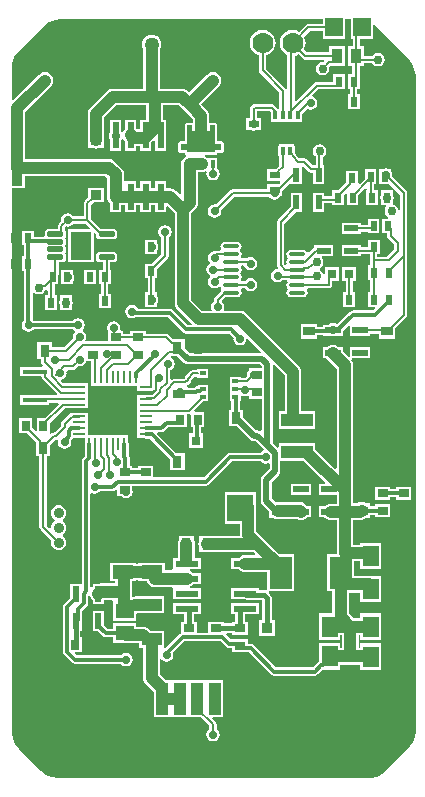
<source format=gtl>
G04*
G04 #@! TF.GenerationSoftware,Altium Limited,Altium Designer,19.1.8 (144)*
G04*
G04 Layer_Physical_Order=1*
G04 Layer_Color=255*
%FSLAX44Y44*%
%MOMM*%
G71*
G01*
G75*
%ADD12C,0.2000*%
%ADD19R,1.5000X1.5000*%
%ADD20R,0.9500X1.3000*%
%ADD21R,0.6000X0.8500*%
G04:AMPARAMS|DCode=22|XSize=0.76mm|YSize=0.32mm|CornerRadius=0.04mm|HoleSize=0mm|Usage=FLASHONLY|Rotation=270.000|XOffset=0mm|YOffset=0mm|HoleType=Round|Shape=RoundedRectangle|*
%AMROUNDEDRECTD22*
21,1,0.7600,0.2400,0,0,270.0*
21,1,0.6800,0.3200,0,0,270.0*
1,1,0.0800,-0.1200,-0.3400*
1,1,0.0800,-0.1200,0.3400*
1,1,0.0800,0.1200,0.3400*
1,1,0.0800,0.1200,-0.3400*
%
%ADD22ROUNDEDRECTD22*%
%ADD23R,0.8500X0.6000*%
%ADD24R,0.5008X1.2112*%
%ADD25R,1.2112X0.5008*%
%ADD26R,1.0000X0.8000*%
%ADD27R,0.8000X0.8000*%
G04:AMPARAMS|DCode=29|XSize=1.37mm|YSize=0.46mm|CornerRadius=0.115mm|HoleSize=0mm|Usage=FLASHONLY|Rotation=180.000|XOffset=0mm|YOffset=0mm|HoleType=Round|Shape=RoundedRectangle|*
%AMROUNDEDRECTD29*
21,1,1.3700,0.2300,0,0,180.0*
21,1,1.1400,0.4600,0,0,180.0*
1,1,0.2300,-0.5700,0.1150*
1,1,0.2300,0.5700,0.1150*
1,1,0.2300,0.5700,-0.1150*
1,1,0.2300,-0.5700,-0.1150*
%
%ADD29ROUNDEDRECTD29*%
%ADD30R,1.3208X0.5588*%
%ADD31R,0.5250X0.3000*%
%ADD32R,0.9000X0.7000*%
%ADD33R,0.8000X1.0000*%
%ADD34R,0.7000X0.9000*%
%ADD35R,1.0800X0.2600*%
%ADD36R,0.2600X1.0800*%
%ADD37R,3.7000X3.7000*%
%ADD38R,2.0000X0.4000*%
%ADD39R,2.2000X2.3000*%
%ADD40R,1.9050X2.7940*%
%ADD41R,1.3800X1.8200*%
%ADD42R,0.9300X0.8900*%
%ADD43R,2.1300X3.0000*%
%ADD44R,1.9700X0.6000*%
%ADD45R,1.7200X1.0500*%
%ADD46R,1.5000X1.3000*%
%ADD47R,1.8000X3.8000*%
%ADD48R,1.0000X2.7000*%
%ADD49R,0.5588X1.3208*%
%ADD50R,1.8200X1.1500*%
%ADD51R,2.3700X1.6000*%
%ADD52R,0.4200X0.6600*%
%ADD53R,0.6000X2.2000*%
%ADD54R,0.9144X0.8128*%
%ADD55R,0.9144X3.0988*%
%ADD56R,2.7000X1.1000*%
%ADD96C,1.2700*%
%ADD97R,1.2700X1.2700*%
%ADD100C,1.0000*%
%ADD101C,0.7500*%
%ADD102R,2.3000X1.5000*%
%ADD103O,1.4000X0.3500*%
%ADD104R,1.7300X2.3600*%
%ADD105R,1.6500X2.4500*%
%ADD106C,0.4000*%
%ADD107C,0.3000*%
%ADD108C,0.5000*%
%ADD109C,0.9000*%
%ADD110C,1.7780*%
%ADD111C,0.4000*%
%ADD112C,0.7000*%
G36*
X1709170Y1113648D02*
X1710769D01*
Y1107522D01*
X1707078D01*
Y1090522D01*
X1710555D01*
Y1083416D01*
X1706614D01*
Y1070916D01*
X1708773D01*
Y1066700D01*
X1706832D01*
Y1054200D01*
X1716832D01*
Y1066700D01*
X1714891D01*
Y1070916D01*
X1716614D01*
Y1078870D01*
X1716673Y1079166D01*
Y1090522D01*
X1720578D01*
Y1092951D01*
X1727408D01*
X1728134Y1091864D01*
X1730036Y1090594D01*
X1732280Y1090147D01*
X1734523Y1090594D01*
X1736425Y1091864D01*
X1737696Y1093766D01*
X1738143Y1096010D01*
X1737696Y1098253D01*
X1736425Y1100155D01*
X1734523Y1101426D01*
X1732280Y1101873D01*
X1730036Y1101426D01*
X1728134Y1100155D01*
X1727408Y1099069D01*
X1720578D01*
Y1107522D01*
X1716887D01*
Y1113648D01*
X1728170D01*
Y1125002D01*
X1729290Y1125600D01*
X1729500Y1125460D01*
X1731010Y1123950D01*
X1756591Y1098370D01*
X1756591Y1098370D01*
X1758360Y1096600D01*
X1761139Y1092440D01*
X1763054Y1087818D01*
X1764030Y1082911D01*
Y1080409D01*
Y528410D01*
Y526275D01*
X1763197Y522086D01*
X1761562Y518141D01*
X1759190Y514590D01*
X1757680Y513080D01*
X1736770Y492170D01*
X1735702Y491102D01*
X1733192Y489425D01*
X1730402Y488269D01*
X1727440Y487680D01*
X1460899D01*
X1455992Y488656D01*
X1451370Y490571D01*
X1447209Y493350D01*
X1445441Y495120D01*
X1429839Y510720D01*
X1428071Y512490D01*
X1425291Y516650D01*
X1423376Y521272D01*
X1422400Y526179D01*
Y528681D01*
Y987076D01*
X1433290D01*
Y997510D01*
X1501248D01*
X1502970Y995788D01*
Y979840D01*
X1503210Y978013D01*
X1503916Y976310D01*
X1505030Y974857D01*
Y966840D01*
X1515030D01*
Y972780D01*
X1517730D01*
Y966840D01*
X1527730D01*
Y972780D01*
X1530430D01*
Y966840D01*
X1540430D01*
Y972780D01*
X1543130D01*
Y966840D01*
X1553130D01*
Y971279D01*
X1554400Y971805D01*
X1560120Y966086D01*
Y889502D01*
X1560360Y887675D01*
X1561066Y885972D01*
X1562188Y884510D01*
X1574496Y872202D01*
X1574010Y871029D01*
X1571148D01*
X1558273Y883903D01*
X1557116Y884677D01*
X1555750Y884949D01*
X1529079D01*
X1527965Y886615D01*
X1526146Y887831D01*
X1524000Y888258D01*
X1521854Y887831D01*
X1520035Y886615D01*
X1518819Y884796D01*
X1518392Y882650D01*
X1518819Y880504D01*
X1520035Y878685D01*
X1521854Y877469D01*
X1524000Y877042D01*
X1526146Y877469D01*
X1526658Y877811D01*
X1554272D01*
X1567147Y864937D01*
X1568304Y864163D01*
X1569670Y863891D01*
X1606292D01*
X1609925Y860258D01*
X1609832Y859790D01*
X1610259Y857644D01*
X1611475Y855825D01*
X1613294Y854609D01*
X1615440Y854182D01*
X1617586Y854609D01*
X1619405Y855825D01*
X1620621Y857644D01*
X1620902Y859057D01*
X1622280Y859475D01*
X1633298Y848457D01*
X1632772Y847187D01*
X1572961D01*
X1568490Y851659D01*
Y859170D01*
X1559786D01*
X1559490Y859229D01*
X1559490Y859229D01*
X1558757D01*
X1554883Y863103D01*
X1553891Y863766D01*
X1552720Y863999D01*
X1552720Y863999D01*
X1535580D01*
Y866440D01*
X1522580D01*
Y863999D01*
X1516530D01*
Y866440D01*
X1514808D01*
X1513829Y867710D01*
X1514079Y868968D01*
X1513652Y871114D01*
X1512437Y872934D01*
X1510618Y874149D01*
X1508472Y874576D01*
X1506326Y874149D01*
X1504506Y872934D01*
X1503291Y871114D01*
X1502864Y868968D01*
X1503146Y867551D01*
X1503291Y866822D01*
X1503530Y866440D01*
D01*
X1503530Y866440D01*
Y857499D01*
X1485132D01*
X1484534Y858619D01*
X1484731Y858914D01*
X1485158Y861060D01*
X1484731Y863206D01*
X1483515Y865025D01*
X1482355Y865801D01*
X1482246Y867251D01*
X1482259Y867276D01*
X1483461Y869074D01*
X1483888Y871220D01*
X1483461Y873366D01*
X1482245Y875185D01*
X1480426Y876401D01*
X1478280Y876828D01*
X1476134Y876401D01*
X1474315Y875185D01*
X1474050Y874789D01*
X1440600D01*
X1440335Y875185D01*
X1439811Y875536D01*
Y898490D01*
X1441081Y898875D01*
X1441115Y898824D01*
X1443017Y897554D01*
X1445260Y897107D01*
X1447504Y897554D01*
X1449406Y898824D01*
X1450676Y900726D01*
X1451458Y900834D01*
X1452617Y899919D01*
Y896520D01*
X1450676D01*
Y884020D01*
X1460676D01*
Y896520D01*
X1458735D01*
Y905610D01*
X1461690D01*
Y913565D01*
X1461749Y913860D01*
Y924418D01*
X1464820D01*
X1466049Y924663D01*
X1467091Y925359D01*
X1467787Y926401D01*
X1468032Y927630D01*
Y929930D01*
X1467787Y931159D01*
X1467205Y932030D01*
X1467787Y932901D01*
X1468032Y934130D01*
Y936430D01*
X1467787Y937659D01*
X1467205Y938530D01*
X1467787Y939401D01*
X1468032Y940630D01*
Y942930D01*
X1467787Y944159D01*
X1467205Y945030D01*
X1467787Y945901D01*
X1468032Y947130D01*
Y949430D01*
X1467787Y950659D01*
X1467262Y951445D01*
Y953666D01*
X1468321Y954725D01*
X1469390Y954512D01*
X1471536Y954939D01*
X1473355Y956155D01*
X1473961Y957061D01*
X1484863D01*
X1488421Y953503D01*
X1487935Y952330D01*
X1470170D01*
Y924730D01*
X1491470D01*
Y948795D01*
X1492643Y949281D01*
X1493608Y948316D01*
Y947130D01*
X1493853Y945901D01*
X1494549Y944859D01*
X1495591Y944163D01*
X1496820Y943918D01*
X1508220D01*
X1509449Y944163D01*
X1510491Y944859D01*
X1511187Y945901D01*
X1511432Y947130D01*
Y949430D01*
X1511187Y950659D01*
X1510491Y951701D01*
X1509449Y952397D01*
X1508220Y952642D01*
X1497934D01*
X1489189Y961387D01*
Y972913D01*
X1491782Y975506D01*
X1500092D01*
Y987634D01*
X1486948D01*
Y979324D01*
X1483967Y976343D01*
X1483304Y975350D01*
X1483071Y974180D01*
X1483071Y974180D01*
Y963179D01*
X1473961D01*
X1473355Y964085D01*
X1471536Y965301D01*
X1469390Y965728D01*
X1467244Y965301D01*
X1465425Y964085D01*
X1464209Y962266D01*
X1463782Y960120D01*
X1463995Y959051D01*
X1462040Y957096D01*
X1461377Y956104D01*
X1461144Y954933D01*
X1461144Y954933D01*
Y952642D01*
X1453420D01*
X1452191Y952397D01*
X1451149Y951701D01*
X1450453Y950659D01*
X1450208Y949430D01*
Y947130D01*
X1450228Y947030D01*
X1449422Y946049D01*
X1441242D01*
Y951130D01*
X1431242D01*
Y938630D01*
X1432673D01*
Y929540D01*
X1431242D01*
Y917040D01*
X1432673D01*
Y875365D01*
X1432405Y875185D01*
X1431189Y873366D01*
X1430762Y871220D01*
X1431189Y869074D01*
X1432405Y867255D01*
X1434224Y866039D01*
X1436370Y865612D01*
X1438516Y866039D01*
X1440335Y867255D01*
X1440600Y867651D01*
X1474050D01*
X1474315Y867255D01*
X1475475Y866479D01*
X1475584Y865029D01*
X1475571Y865004D01*
X1474369Y863206D01*
X1473942Y861060D01*
X1474155Y859991D01*
X1466853Y852689D01*
X1455950D01*
Y856630D01*
X1443950D01*
Y842630D01*
X1446891D01*
Y839860D01*
X1446891Y839860D01*
X1447124Y838689D01*
X1447787Y837697D01*
X1448461Y837023D01*
X1447975Y835850D01*
X1429450D01*
Y827850D01*
X1446286D01*
X1447391Y827392D01*
X1447624Y826221D01*
X1448287Y825229D01*
X1460658Y812859D01*
X1460131Y811589D01*
X1453450D01*
Y811850D01*
X1429450D01*
Y803850D01*
X1453450D01*
Y805471D01*
X1461306D01*
X1461792Y804298D01*
X1450124Y792630D01*
X1443450D01*
Y781615D01*
X1442277Y781129D01*
X1439450Y783956D01*
Y792630D01*
X1428450D01*
Y779630D01*
X1435124D01*
X1442621Y772133D01*
Y770080D01*
X1442621Y770080D01*
X1442680Y769784D01*
Y760080D01*
X1445621D01*
Y700160D01*
X1445621Y700160D01*
X1445854Y698989D01*
X1446517Y697997D01*
X1455528Y688986D01*
X1455437Y688767D01*
X1455214Y687070D01*
X1455437Y685373D01*
X1456092Y683792D01*
X1457134Y682434D01*
X1458492Y681392D01*
X1460073Y680737D01*
X1461770Y680514D01*
X1463467Y680737D01*
X1465048Y681392D01*
X1466406Y682434D01*
X1467448Y683792D01*
X1468103Y685373D01*
X1468326Y687070D01*
X1468103Y688767D01*
X1467448Y690348D01*
X1466406Y691706D01*
X1465243Y692598D01*
X1465134Y693320D01*
X1465243Y694042D01*
X1466406Y694934D01*
X1467448Y696292D01*
X1468103Y697873D01*
X1468326Y699570D01*
X1468103Y701267D01*
X1467448Y702848D01*
X1466406Y704206D01*
X1465243Y705098D01*
X1465134Y705820D01*
X1465243Y706542D01*
X1466406Y707434D01*
X1467448Y708792D01*
X1468103Y710373D01*
X1468326Y712070D01*
X1468103Y713767D01*
X1467448Y715348D01*
X1466406Y716706D01*
X1465048Y717748D01*
X1463467Y718403D01*
X1461770Y718626D01*
X1460073Y718403D01*
X1458492Y717748D01*
X1457134Y716706D01*
X1456092Y715348D01*
X1455437Y713767D01*
X1455214Y712070D01*
X1455437Y710373D01*
X1456092Y708792D01*
X1457134Y707434D01*
X1458297Y706542D01*
X1458406Y705820D01*
X1458297Y705098D01*
X1457134Y704206D01*
X1456092Y702848D01*
X1455437Y701267D01*
X1455235Y699727D01*
X1454785Y699435D01*
X1453984Y699182D01*
X1451739Y701427D01*
Y760080D01*
X1454680D01*
Y769754D01*
X1459126Y774200D01*
X1459755D01*
X1459755Y774200D01*
X1460378Y774324D01*
X1461425Y773450D01*
X1461478Y773346D01*
X1461242Y772160D01*
X1461669Y770014D01*
X1462885Y768195D01*
X1464704Y766979D01*
X1466850Y766552D01*
X1468996Y766979D01*
X1470815Y768195D01*
X1472031Y770014D01*
X1472458Y772160D01*
X1472185Y773531D01*
X1472963Y774309D01*
X1473737Y775467D01*
X1473750Y775530D01*
X1484190D01*
Y772030D01*
X1483921Y770680D01*
Y759728D01*
X1482727Y758533D01*
X1481953Y757375D01*
X1481681Y756010D01*
Y653485D01*
X1481362Y652348D01*
X1471774D01*
Y640187D01*
X1466337Y634750D01*
X1465563Y633592D01*
X1465291Y632226D01*
Y594760D01*
X1465563Y593395D01*
X1466337Y592237D01*
X1473087Y585487D01*
X1474245Y584713D01*
X1475610Y584441D01*
X1514690D01*
X1514955Y584045D01*
X1516774Y582829D01*
X1518920Y582402D01*
X1521066Y582829D01*
X1522885Y584045D01*
X1524101Y585864D01*
X1524528Y588010D01*
X1524101Y590156D01*
X1522885Y591975D01*
X1521066Y593191D01*
X1518920Y593618D01*
X1516774Y593191D01*
X1514955Y591975D01*
X1514690Y591579D01*
X1477088D01*
X1475630Y593037D01*
X1476116Y594210D01*
X1481360D01*
Y607210D01*
X1480292D01*
Y611772D01*
X1481362D01*
Y621325D01*
X1481430Y621670D01*
Y629212D01*
X1485571Y633353D01*
X1486344Y634510D01*
X1486616Y635876D01*
Y641471D01*
X1487286Y642000D01*
X1487631Y641977D01*
X1488666Y641621D01*
X1489249Y640214D01*
X1490371Y638751D01*
X1490569Y638599D01*
Y635140D01*
X1500157D01*
Y638288D01*
X1507099D01*
X1508150Y637760D01*
Y620760D01*
X1527150D01*
Y626311D01*
X1527794Y627300D01*
X1529910D01*
Y627110D01*
X1551110D01*
Y641610D01*
X1529910D01*
Y641420D01*
X1527794D01*
Y641468D01*
X1525016Y641194D01*
X1524075Y642047D01*
Y654310D01*
X1527480D01*
Y655000D01*
X1529410D01*
Y654310D01*
X1536418D01*
X1536935Y653060D01*
X1538058Y651598D01*
X1539520Y650475D01*
X1541223Y649770D01*
X1543050Y649530D01*
X1557395D01*
X1558400Y648890D01*
X1558400Y648260D01*
Y638890D01*
X1582100D01*
Y648890D01*
X1573271D01*
X1573018Y650160D01*
X1573780Y650475D01*
X1575233Y651590D01*
X1582100D01*
Y661590D01*
X1575233D01*
X1573780Y662704D01*
X1573018Y663020D01*
X1573271Y664290D01*
X1582100D01*
Y674290D01*
X1577170D01*
Y685800D01*
X1576930Y687627D01*
X1576225Y689330D01*
X1576110Y689479D01*
Y692800D01*
X1570569D01*
X1570110Y692860D01*
X1569651Y692800D01*
X1564110D01*
Y689479D01*
X1563996Y689330D01*
X1563290Y687627D01*
X1563050Y685800D01*
Y674290D01*
X1558400D01*
Y664920D01*
X1558400Y664290D01*
X1557395Y663650D01*
X1551610D01*
Y669810D01*
X1529410D01*
Y669120D01*
X1527480D01*
Y669810D01*
X1505280D01*
Y654310D01*
X1509955D01*
Y652408D01*
X1496967D01*
X1496509Y652348D01*
X1490569D01*
Y649507D01*
X1490089Y649114D01*
X1488819Y649717D01*
Y728391D01*
X1489939Y728990D01*
X1490104Y728879D01*
X1492250Y728452D01*
X1494396Y728879D01*
X1496215Y730095D01*
X1496480Y730491D01*
X1507120D01*
X1508486Y730763D01*
X1509644Y731537D01*
X1509977Y731870D01*
X1511150Y731384D01*
Y726140D01*
X1515171D01*
X1516774Y725069D01*
X1518920Y724642D01*
X1521066Y725069D01*
X1522669Y726140D01*
X1524150D01*
Y728351D01*
X1524528Y730250D01*
X1524150Y732149D01*
Y735071D01*
X1586459D01*
X1587824Y735343D01*
X1588982Y736117D01*
X1608757Y755891D01*
X1632800D01*
X1633065Y755495D01*
X1634884Y754279D01*
X1637030Y753852D01*
X1639176Y754279D01*
X1639322Y754377D01*
X1640442Y753778D01*
Y749455D01*
X1634446Y743459D01*
X1633451Y741971D01*
X1633102Y740215D01*
Y722630D01*
X1633451Y720874D01*
X1634446Y719386D01*
X1640190Y713641D01*
Y708130D01*
X1643511D01*
X1643660Y708016D01*
X1645363Y707310D01*
X1647190Y707070D01*
X1663842D01*
X1665429Y706412D01*
X1667256Y706172D01*
X1669083Y706412D01*
X1670786Y707117D01*
X1672248Y708240D01*
X1672401Y708438D01*
X1675860D01*
Y718026D01*
X1672401D01*
X1672248Y718224D01*
X1671351Y719122D01*
X1669888Y720245D01*
X1668185Y720950D01*
X1666358Y721190D01*
X1647190D01*
X1645801Y721008D01*
X1642278Y724530D01*
Y738315D01*
X1648274Y744311D01*
X1649269Y745799D01*
X1649618Y747555D01*
Y756240D01*
X1669215D01*
X1687460Y737995D01*
X1686974Y736822D01*
X1682020D01*
Y727234D01*
X1697168D01*
Y719896D01*
X1692228D01*
X1690401Y719656D01*
X1688698Y718951D01*
X1687493Y718026D01*
X1682020D01*
Y708438D01*
X1686779D01*
X1687236Y707843D01*
X1688698Y706721D01*
X1690401Y706016D01*
X1692228Y705776D01*
X1697168D01*
Y678180D01*
X1696694Y677640D01*
X1689005D01*
Y645700D01*
X1693470D01*
Y626999D01*
X1682444D01*
Y604799D01*
X1700244D01*
Y608864D01*
X1701717D01*
Y597629D01*
X1700244D01*
Y601687D01*
X1682444D01*
Y586297D01*
X1682378Y586284D01*
X1681221Y585511D01*
X1677128Y581419D01*
X1645628D01*
X1626963Y600083D01*
X1625806Y600857D01*
X1624440Y601129D01*
X1621940D01*
Y605060D01*
X1608940D01*
Y605060D01*
X1607670Y605006D01*
X1603465Y609212D01*
X1603990Y610482D01*
X1608940D01*
Y609060D01*
X1621940D01*
Y620060D01*
X1619518D01*
Y626190D01*
X1631600D01*
Y636190D01*
X1607900D01*
Y626190D01*
X1611362D01*
Y620060D01*
X1608940D01*
Y618638D01*
X1601620D01*
Y620060D01*
X1588620D01*
Y610629D01*
X1578760D01*
Y620060D01*
X1576338D01*
Y626190D01*
X1582100D01*
Y636190D01*
X1558400D01*
Y626190D01*
X1568182D01*
Y620060D01*
X1565760D01*
Y610420D01*
X1565445Y610357D01*
X1564287Y609583D01*
X1552237Y597533D01*
X1551210Y598152D01*
X1551110Y598305D01*
Y612410D01*
X1539895D01*
X1538552Y613752D01*
X1537090Y614874D01*
X1535387Y615580D01*
X1533560Y615820D01*
X1527150D01*
Y618760D01*
X1508150D01*
Y613829D01*
X1503148D01*
X1500157Y616819D01*
Y628980D01*
X1490569D01*
Y611772D01*
X1495111D01*
X1499146Y607737D01*
X1500304Y606963D01*
X1501669Y606691D01*
X1508150D01*
Y601760D01*
X1518691D01*
X1519150Y601700D01*
X1529910D01*
Y597910D01*
X1533450D01*
Y572380D01*
X1533690Y570553D01*
X1534395Y568850D01*
X1535518Y567388D01*
X1542340Y560565D01*
Y554990D01*
X1542400Y554531D01*
Y539490D01*
X1556400D01*
Y539490D01*
X1557400D01*
Y539490D01*
X1571130D01*
X1571400Y539490D01*
X1572400D01*
X1572670Y539490D01*
X1582074D01*
X1589521Y532043D01*
Y529081D01*
X1588615Y528475D01*
X1587399Y526656D01*
X1586972Y524510D01*
X1587399Y522364D01*
X1588615Y520545D01*
X1590434Y519329D01*
X1592580Y518902D01*
X1594726Y519329D01*
X1596545Y520545D01*
X1597761Y522364D01*
X1598188Y524510D01*
X1597761Y526656D01*
X1596545Y528475D01*
X1595639Y529081D01*
Y533310D01*
X1595639Y533310D01*
X1595406Y534481D01*
X1594743Y535473D01*
X1594743Y535473D01*
X1591899Y538317D01*
X1592385Y539490D01*
X1601400D01*
Y570490D01*
X1587400D01*
Y570490D01*
X1586400D01*
Y570490D01*
X1572670D01*
X1572400Y570490D01*
X1571400D01*
X1571130Y570490D01*
X1557400D01*
X1557400Y570490D01*
X1556400D01*
Y570490D01*
X1556130Y570490D01*
X1552385D01*
X1547570Y575304D01*
Y588075D01*
X1548840Y588460D01*
X1549245Y587855D01*
X1551064Y586639D01*
X1553210Y586212D01*
X1555356Y586639D01*
X1557175Y587855D01*
X1558391Y589674D01*
X1558818Y591820D01*
X1558453Y593656D01*
X1568288Y603491D01*
X1599092D01*
X1603917Y598666D01*
X1605074Y597893D01*
X1606440Y597621D01*
X1608940D01*
Y594060D01*
X1617095D01*
X1617440Y593991D01*
X1622962D01*
X1641627Y575327D01*
X1642784Y574553D01*
X1644150Y574281D01*
X1678607D01*
X1679972Y574553D01*
X1681130Y575327D01*
X1685222Y579419D01*
X1685944D01*
X1686289Y579487D01*
X1700244D01*
Y583508D01*
X1717310D01*
Y579450D01*
X1735110D01*
Y601650D01*
X1717310D01*
Y597629D01*
X1715837D01*
Y608864D01*
X1717310D01*
Y604850D01*
X1735110D01*
Y627050D01*
X1717310D01*
Y622985D01*
X1711702D01*
X1707590Y627096D01*
Y644740D01*
X1717310D01*
Y636600D01*
X1735110D01*
Y658800D01*
X1724769D01*
X1724310Y658860D01*
X1712055D01*
Y671120D01*
X1717310D01*
Y664540D01*
X1735110D01*
Y686740D01*
X1717310D01*
Y685240D01*
X1711288D01*
Y705776D01*
X1717016D01*
X1718843Y706016D01*
X1720546Y706721D01*
X1722008Y707843D01*
X1722295Y708130D01*
X1725310D01*
Y710426D01*
X1729590D01*
Y708360D01*
X1742590D01*
Y719360D01*
X1729590D01*
Y717564D01*
X1725310D01*
Y720130D01*
X1721989D01*
X1721840Y720245D01*
X1720137Y720950D01*
X1718310Y721190D01*
X1716483Y720950D01*
X1714780Y720245D01*
X1714631Y720130D01*
X1711310D01*
X1711288Y721391D01*
Y731212D01*
Y837154D01*
X1711048Y838981D01*
X1710343Y840684D01*
X1709496Y841788D01*
X1709910Y842858D01*
X1710105Y843058D01*
X1725898D01*
Y852646D01*
X1708690D01*
Y844473D01*
X1707420Y843947D01*
X1702530Y848837D01*
Y852646D01*
X1698661D01*
X1697456Y853570D01*
X1695753Y854276D01*
X1693926Y854516D01*
X1692099Y854276D01*
X1690396Y853570D01*
X1689191Y852646D01*
X1685322D01*
Y843058D01*
X1688477D01*
X1688934Y842464D01*
X1697168Y834230D01*
Y749917D01*
X1695994Y749431D01*
X1679200Y766225D01*
Y771240D01*
X1648200D01*
Y767752D01*
X1647027Y767266D01*
X1642998Y771294D01*
Y836961D01*
X1644268Y837487D01*
X1653119Y828636D01*
Y798240D01*
X1648200D01*
Y783240D01*
X1679200D01*
Y798240D01*
X1667240D01*
Y831561D01*
X1666999Y833388D01*
X1666294Y835091D01*
X1665172Y836553D01*
X1620773Y880952D01*
X1619310Y882074D01*
X1617607Y882780D01*
X1615780Y883020D01*
X1602054D01*
X1601455Y884140D01*
X1601571Y884314D01*
X1601998Y886460D01*
X1601571Y888606D01*
X1600355Y890425D01*
X1600350Y890428D01*
X1600189Y892064D01*
X1603012Y894887D01*
X1613010D01*
X1614473Y895178D01*
X1615714Y896006D01*
X1616542Y897247D01*
X1616833Y898710D01*
X1616542Y900173D01*
X1616069Y900881D01*
X1616721Y902151D01*
X1619960D01*
X1620365Y901545D01*
X1622184Y900329D01*
X1624330Y899902D01*
X1626476Y900329D01*
X1628295Y901545D01*
X1629511Y903364D01*
X1629938Y905510D01*
X1629511Y907656D01*
X1628295Y909475D01*
X1626476Y910691D01*
X1624330Y911118D01*
X1622184Y910691D01*
X1620365Y909475D01*
X1619559Y908269D01*
X1616722D01*
X1616069Y909539D01*
X1616542Y910247D01*
X1616833Y911710D01*
X1616542Y913173D01*
X1615914Y914113D01*
X1615792Y914960D01*
X1615914Y915807D01*
X1616542Y916747D01*
X1616833Y918210D01*
X1616542Y919673D01*
X1616069Y920381D01*
X1616722Y921651D01*
X1617760D01*
X1617760Y921651D01*
X1617788Y921657D01*
X1619149Y921144D01*
X1620365Y919325D01*
X1622184Y918109D01*
X1624330Y917682D01*
X1626476Y918109D01*
X1628295Y919325D01*
X1629511Y921144D01*
X1629938Y923290D01*
X1629511Y925436D01*
X1628295Y927255D01*
X1626476Y928471D01*
X1624330Y928898D01*
X1622184Y928471D01*
X1621378Y927932D01*
X1617923D01*
X1617102Y927769D01*
X1616721D01*
X1616069Y929039D01*
X1616542Y929747D01*
X1616833Y931210D01*
X1616542Y932673D01*
X1615714Y933913D01*
Y935006D01*
X1616542Y936247D01*
X1616833Y937710D01*
X1616542Y939173D01*
X1615714Y940414D01*
X1614473Y941242D01*
X1613010Y941533D01*
X1602510D01*
X1601047Y941242D01*
X1599806Y940414D01*
X1598978Y939173D01*
X1598687Y937710D01*
X1598978Y936247D01*
X1599451Y935539D01*
X1598798Y934269D01*
X1597814D01*
X1597747Y934282D01*
X1597747Y934282D01*
X1595022D01*
X1593851Y934049D01*
X1593294Y933677D01*
X1591704Y933361D01*
X1589885Y932145D01*
X1588669Y930326D01*
X1588242Y928180D01*
X1588669Y926034D01*
X1589783Y924367D01*
X1589885Y924215D01*
X1589633Y922856D01*
X1588615Y922175D01*
X1587399Y920356D01*
X1586972Y918210D01*
X1587399Y916064D01*
X1588615Y914245D01*
X1589775Y913469D01*
X1589884Y912019D01*
X1589871Y911994D01*
X1588669Y910196D01*
X1588242Y908050D01*
X1588669Y905904D01*
X1589885Y904085D01*
X1591704Y902869D01*
X1593850Y902442D01*
X1595996Y902869D01*
X1597639Y903967D01*
X1598570Y903814D01*
X1599047Y903643D01*
X1599606Y902807D01*
X1599728Y901960D01*
X1599606Y901113D01*
X1598978Y900173D01*
X1598811Y899337D01*
X1594227Y894753D01*
X1593564Y893761D01*
X1593331Y892590D01*
X1593331Y892590D01*
Y891031D01*
X1592425Y890425D01*
X1591209Y888606D01*
X1590782Y886460D01*
X1591209Y884314D01*
X1591325Y884140D01*
X1590726Y883020D01*
X1583647D01*
X1574240Y892427D01*
Y966086D01*
X1577663Y969508D01*
X1578784Y970970D01*
X1579490Y972673D01*
X1579730Y974500D01*
Y1000590D01*
X1583070D01*
X1584897Y1000830D01*
X1586038Y1001303D01*
X1587161Y1000437D01*
X1586972Y999490D01*
X1587399Y997344D01*
X1588615Y995525D01*
X1590434Y994309D01*
X1592580Y993882D01*
X1594726Y994309D01*
X1596545Y995525D01*
X1597761Y997344D01*
X1598188Y999490D01*
X1597761Y1001636D01*
X1596545Y1003455D01*
X1596270Y1003639D01*
Y1012950D01*
X1587662D01*
X1586600Y1013764D01*
X1585933Y1014041D01*
X1586186Y1015311D01*
X1594270D01*
X1594467Y1015350D01*
X1596270D01*
Y1017111D01*
X1599720D01*
X1600500Y1017266D01*
X1601162Y1017708D01*
X1601604Y1018370D01*
X1601759Y1019150D01*
Y1024850D01*
X1601604Y1025630D01*
X1601162Y1026292D01*
X1600500Y1026734D01*
X1599720Y1026889D01*
X1596309D01*
Y1040350D01*
X1596154Y1041130D01*
X1595712Y1041792D01*
X1595050Y1042234D01*
X1594270Y1042389D01*
X1590070D01*
X1589480Y1042873D01*
Y1048350D01*
X1589240Y1050177D01*
X1588535Y1051880D01*
X1587412Y1053342D01*
X1582545Y1058210D01*
X1597572Y1073238D01*
X1598694Y1074700D01*
X1599400Y1076403D01*
X1599640Y1078230D01*
X1599400Y1080057D01*
X1598694Y1081760D01*
X1597572Y1083222D01*
X1596110Y1084344D01*
X1594407Y1085050D01*
X1592580Y1085290D01*
X1590753Y1085050D01*
X1589050Y1084344D01*
X1587588Y1083222D01*
X1572560Y1068195D01*
X1571502Y1069252D01*
X1570040Y1070375D01*
X1568337Y1071080D01*
X1566510Y1071320D01*
X1547570D01*
Y1104195D01*
X1547804Y1104499D01*
X1548645Y1106530D01*
X1548932Y1108710D01*
X1548645Y1110890D01*
X1547804Y1112921D01*
X1546465Y1114665D01*
X1544721Y1116004D01*
X1542690Y1116845D01*
X1540510Y1117132D01*
X1538330Y1116845D01*
X1536299Y1116004D01*
X1534555Y1114665D01*
X1533216Y1112921D01*
X1532375Y1110890D01*
X1532088Y1108710D01*
X1532375Y1106530D01*
X1533216Y1104499D01*
X1533450Y1104195D01*
Y1071320D01*
X1507490D01*
X1505663Y1071080D01*
X1503960Y1070375D01*
X1502498Y1069252D01*
X1488528Y1055282D01*
X1487406Y1053820D01*
X1486700Y1052117D01*
X1486460Y1050290D01*
Y1027570D01*
X1486700Y1025743D01*
X1486948Y1025144D01*
Y1021506D01*
X1489924D01*
X1489990Y1021456D01*
X1491693Y1020750D01*
X1493520Y1020510D01*
X1495347Y1020750D01*
X1497050Y1021456D01*
X1497116Y1021506D01*
X1500092D01*
Y1025144D01*
X1500340Y1025743D01*
X1500580Y1027570D01*
Y1047365D01*
X1510414Y1057200D01*
X1535990D01*
Y1044840D01*
X1530430D01*
Y1037030D01*
X1527730D01*
Y1044840D01*
X1517730D01*
Y1036823D01*
X1516615Y1035370D01*
X1516300Y1034608D01*
X1515030Y1034861D01*
Y1044840D01*
X1505030D01*
Y1033657D01*
X1504849Y1033386D01*
X1504422Y1031240D01*
X1504849Y1029094D01*
X1505030Y1028823D01*
Y1018840D01*
X1515030D01*
Y1028173D01*
X1515251Y1028285D01*
X1516615Y1028310D01*
X1517730Y1026857D01*
Y1018840D01*
X1527730D01*
Y1022910D01*
X1530430D01*
Y1018840D01*
X1540430D01*
Y1025763D01*
X1541957Y1027290D01*
X1543130Y1026804D01*
Y1018840D01*
X1553130D01*
Y1044840D01*
X1550110D01*
Y1057200D01*
X1563586D01*
X1569473Y1051313D01*
X1575360Y1045425D01*
Y1042873D01*
X1574770Y1042389D01*
X1570570D01*
X1569790Y1042234D01*
X1569128Y1041792D01*
X1568686Y1041130D01*
X1568531Y1040350D01*
Y1026889D01*
X1565120D01*
X1564340Y1026734D01*
X1563678Y1026292D01*
X1563236Y1025630D01*
X1563081Y1024850D01*
Y1019150D01*
X1563236Y1018370D01*
X1563678Y1017708D01*
X1564340Y1017266D01*
X1565120Y1017111D01*
X1568570D01*
Y1015350D01*
X1569649D01*
X1569902Y1014080D01*
X1569140Y1013764D01*
X1567678Y1012643D01*
X1566555Y1011180D01*
X1565850Y1009477D01*
X1565610Y1007650D01*
Y982225D01*
X1564436Y981739D01*
X1561342Y984832D01*
X1559880Y985955D01*
X1558177Y986660D01*
X1556350Y986900D01*
X1553130D01*
Y992840D01*
X1543130D01*
Y986900D01*
X1540430D01*
Y992840D01*
X1530430D01*
Y986900D01*
X1527730D01*
Y992840D01*
X1517730D01*
X1517090Y993845D01*
Y998712D01*
X1516850Y1000539D01*
X1516145Y1002242D01*
X1515022Y1003705D01*
X1509165Y1009562D01*
X1507702Y1010685D01*
X1505999Y1011390D01*
X1504172Y1011630D01*
X1433778D01*
Y1051684D01*
X1455332Y1073238D01*
X1456454Y1074700D01*
X1457160Y1076403D01*
X1457400Y1078230D01*
X1457160Y1080057D01*
X1456454Y1081760D01*
X1455332Y1083222D01*
X1453870Y1084344D01*
X1452167Y1085050D01*
X1450340Y1085290D01*
X1448513Y1085050D01*
X1446810Y1084344D01*
X1445348Y1083222D01*
X1423573Y1061448D01*
X1422400Y1061934D01*
Y1090096D01*
Y1091804D01*
X1423067Y1095155D01*
X1424374Y1098311D01*
X1426272Y1101152D01*
X1427480Y1102360D01*
X1447980Y1122860D01*
X1447980Y1122860D01*
Y1122860D01*
X1449749Y1124629D01*
X1453910Y1127409D01*
X1458532Y1129324D01*
X1463439Y1130300D01*
X1685530D01*
Y1126259D01*
X1673110D01*
X1673110Y1126259D01*
X1671940Y1126026D01*
X1670947Y1125363D01*
X1670947Y1125363D01*
X1665166Y1119582D01*
X1662733Y1120590D01*
X1659890Y1120964D01*
X1657047Y1120590D01*
X1654398Y1119492D01*
X1652123Y1117747D01*
X1650378Y1115472D01*
X1649280Y1112823D01*
X1648906Y1109980D01*
X1649280Y1107137D01*
X1650378Y1104488D01*
X1652123Y1102213D01*
X1654398Y1100468D01*
X1655601Y1099969D01*
Y1071691D01*
X1654424Y1070974D01*
X1654331Y1070987D01*
X1653723Y1071898D01*
X1637549Y1088072D01*
Y1099460D01*
X1639982Y1100468D01*
X1642257Y1102213D01*
X1644002Y1104488D01*
X1645100Y1107137D01*
X1645474Y1109980D01*
X1645100Y1112823D01*
X1644002Y1115472D01*
X1642257Y1117747D01*
X1639982Y1119492D01*
X1637333Y1120590D01*
X1634490Y1120964D01*
X1631647Y1120590D01*
X1628998Y1119492D01*
X1626723Y1117747D01*
X1624978Y1115472D01*
X1623880Y1112823D01*
X1623506Y1109980D01*
X1623880Y1107137D01*
X1624978Y1104488D01*
X1626723Y1102213D01*
X1628998Y1100468D01*
X1631431Y1099460D01*
Y1086805D01*
X1631431Y1086805D01*
X1631664Y1085634D01*
X1632327Y1084642D01*
X1648501Y1068468D01*
Y1054946D01*
X1647649Y1054384D01*
X1647231Y1054367D01*
X1646813Y1054993D01*
X1646813Y1054993D01*
X1644273Y1057533D01*
X1643280Y1058196D01*
X1642110Y1058429D01*
X1642110Y1058429D01*
X1628042D01*
X1628042Y1058429D01*
X1626871Y1058196D01*
X1625879Y1057533D01*
X1625879Y1057533D01*
X1624707Y1056361D01*
X1624044Y1055369D01*
X1623811Y1054198D01*
X1623811Y1054198D01*
Y1046400D01*
X1620620D01*
Y1036400D01*
X1624453D01*
X1624724Y1036219D01*
X1626870Y1035792D01*
X1629016Y1036219D01*
X1629287Y1036400D01*
X1633120D01*
Y1046400D01*
X1629929D01*
Y1052311D01*
X1640843D01*
X1641413Y1051741D01*
Y1045230D01*
X1641599Y1044294D01*
X1642130Y1043500D01*
X1642924Y1042969D01*
X1643860Y1042783D01*
X1646260D01*
X1647196Y1042969D01*
X1647376Y1043090D01*
X1648310Y1043395D01*
X1649244Y1043090D01*
X1649424Y1042969D01*
X1650360Y1042783D01*
X1652760D01*
X1653696Y1042969D01*
X1653876Y1043090D01*
X1654810Y1043395D01*
X1655744Y1043090D01*
X1655924Y1042969D01*
X1656860Y1042783D01*
X1659260D01*
X1660196Y1042969D01*
X1660376Y1043090D01*
X1661310Y1043395D01*
X1662244Y1043090D01*
X1662424Y1042969D01*
X1663360Y1042783D01*
X1665760D01*
X1666696Y1042969D01*
X1667490Y1043500D01*
X1668021Y1044294D01*
X1668207Y1045230D01*
Y1050151D01*
X1672427Y1054371D01*
X1672984Y1053999D01*
X1675130Y1053572D01*
X1677276Y1053999D01*
X1679095Y1055215D01*
X1680311Y1057034D01*
X1680738Y1059180D01*
X1680311Y1061326D01*
X1679095Y1063145D01*
X1677276Y1064361D01*
X1676873Y1064441D01*
X1676504Y1065656D01*
X1681705Y1070857D01*
X1697170D01*
X1697170Y1070857D01*
X1697466Y1070916D01*
X1704170D01*
Y1083416D01*
X1694170D01*
Y1076975D01*
X1680438D01*
X1680438Y1076975D01*
X1679267Y1076742D01*
X1678275Y1076079D01*
X1678275Y1076079D01*
X1662892Y1060696D01*
X1661719Y1061182D01*
Y1099237D01*
X1662733Y1099370D01*
X1665166Y1100378D01*
X1668685Y1096859D01*
X1668685Y1096859D01*
X1669677Y1096196D01*
X1670848Y1095963D01*
X1670848Y1095963D01*
X1686331D01*
X1686849Y1094738D01*
X1686237Y1094064D01*
X1685290Y1094253D01*
X1683047Y1093806D01*
X1681145Y1092535D01*
X1679874Y1090633D01*
X1679427Y1088390D01*
X1679874Y1086146D01*
X1681145Y1084245D01*
X1683047Y1082974D01*
X1685290Y1082527D01*
X1687534Y1082974D01*
X1689435Y1084245D01*
X1690706Y1086146D01*
X1691153Y1088390D01*
X1690930Y1089507D01*
X1691780Y1090463D01*
X1693578D01*
X1693578Y1090463D01*
X1693874Y1090522D01*
X1704078D01*
Y1107522D01*
X1690578D01*
Y1102081D01*
X1672115D01*
X1669492Y1104704D01*
X1670500Y1107137D01*
X1670874Y1109980D01*
X1670500Y1112823D01*
X1669492Y1115256D01*
X1674377Y1120141D01*
X1685530D01*
Y1113700D01*
X1704530D01*
Y1130300D01*
X1709170D01*
Y1113648D01*
D02*
G37*
G36*
X1594270Y1024850D02*
X1599720D01*
Y1019150D01*
X1594270D01*
Y1017350D01*
X1570570D01*
Y1019150D01*
X1565120D01*
Y1024850D01*
X1570570D01*
Y1040350D01*
X1574770D01*
Y1035650D01*
X1577070D01*
Y1040350D01*
X1581270D01*
Y1035650D01*
X1583570D01*
Y1040350D01*
X1587770D01*
Y1035650D01*
X1590070D01*
Y1040350D01*
X1594270D01*
Y1024850D01*
D02*
G37*
G36*
X1567817Y839355D02*
X1569305Y838360D01*
X1571061Y838011D01*
X1632001D01*
X1633822Y836189D01*
Y834690D01*
X1628015D01*
X1626870Y834918D01*
X1625725Y834690D01*
X1622910D01*
Y833279D01*
X1622905Y833275D01*
X1621689Y831456D01*
X1621262Y829310D01*
X1621540Y827915D01*
X1620353Y826729D01*
X1615910D01*
Y827170D01*
X1606660D01*
Y820170D01*
Y813670D01*
Y807170D01*
X1608084D01*
Y799480D01*
X1606020D01*
Y785480D01*
X1612531D01*
X1623629Y774382D01*
X1625117Y773388D01*
X1626873Y773039D01*
X1628276D01*
X1635425Y765890D01*
X1635056Y764675D01*
X1634884Y764641D01*
X1633065Y763425D01*
X1632800Y763029D01*
X1607279D01*
X1605913Y762757D01*
X1604755Y761983D01*
X1584981Y742209D01*
X1541930D01*
Y752140D01*
X1528930D01*
Y750209D01*
X1524150D01*
Y752140D01*
X1521869D01*
Y758549D01*
X1521597Y759915D01*
X1521059Y760721D01*
Y770680D01*
X1520790Y772030D01*
Y778080D01*
X1486740D01*
Y785530D01*
Y797130D01*
X1471940D01*
Y796359D01*
X1471927Y796356D01*
X1470934Y795693D01*
X1470934Y795693D01*
X1464837Y789595D01*
X1464174Y788603D01*
X1463941Y787433D01*
X1463941Y787432D01*
Y785771D01*
X1458488Y780318D01*
X1457859D01*
X1456688Y780085D01*
X1455696Y779422D01*
X1455696Y779422D01*
X1455590Y779315D01*
X1454450Y779972D01*
Y788304D01*
X1466917Y800771D01*
X1471940D01*
Y800530D01*
X1486740D01*
Y810530D01*
Y822130D01*
X1471940D01*
Y821889D01*
X1465936D01*
X1463963Y823861D01*
X1464382Y825239D01*
X1465186Y825399D01*
X1467005Y826615D01*
X1468221Y828434D01*
X1468648Y830580D01*
X1468403Y831810D01*
X1469396Y833080D01*
X1473678D01*
X1473678Y833080D01*
X1474849Y833312D01*
X1475841Y833976D01*
X1478481Y836615D01*
X1479550Y836402D01*
X1481696Y836829D01*
X1483515Y838045D01*
X1484731Y839864D01*
X1484845Y840440D01*
X1489431D01*
Y834380D01*
X1489190D01*
Y819580D01*
X1528240D01*
Y815530D01*
X1542818D01*
X1543558Y814475D01*
X1541272Y812189D01*
X1535940D01*
X1535645Y812130D01*
X1528240D01*
Y805530D01*
Y795530D01*
Y785530D01*
Y775530D01*
X1534180D01*
X1534474Y775333D01*
X1535840Y775061D01*
X1539032D01*
X1556490Y757603D01*
Y748650D01*
X1568490D01*
Y762650D01*
X1561537D01*
X1545099Y779088D01*
X1545585Y780261D01*
X1548860D01*
X1550226Y780533D01*
X1551383Y781307D01*
X1554718Y784641D01*
X1562760D01*
X1563105Y784710D01*
X1570260D01*
Y795771D01*
X1572260D01*
X1572260Y795771D01*
X1572990Y795916D01*
X1574260Y795147D01*
Y784710D01*
X1575556D01*
Y779430D01*
X1572490D01*
Y767430D01*
X1584490D01*
Y779430D01*
X1582694D01*
Y784710D01*
X1585260D01*
Y797710D01*
X1577125D01*
X1576639Y798883D01*
X1584926Y807170D01*
X1588660D01*
Y813670D01*
Y820670D01*
X1584380D01*
X1584035Y820739D01*
X1582910D01*
X1582565Y820670D01*
X1579410D01*
Y819239D01*
X1578725D01*
X1577359Y818967D01*
X1576284Y818249D01*
X1571075D01*
X1570537Y819519D01*
X1570904Y820239D01*
X1571154Y820406D01*
X1573533Y822784D01*
X1573533Y822785D01*
X1574196Y823777D01*
X1574289Y824246D01*
X1577155Y827111D01*
X1579410D01*
Y826670D01*
X1588660D01*
Y833670D01*
X1579410D01*
Y833229D01*
X1575888D01*
X1574717Y832996D01*
X1573725Y832333D01*
X1573725Y832333D01*
X1569207Y827815D01*
X1568544Y826823D01*
X1568451Y826354D01*
X1567724Y825628D01*
X1559506D01*
X1559506Y825628D01*
X1558336Y825395D01*
X1557689Y824962D01*
X1556558Y825406D01*
X1556419Y825525D01*
Y832978D01*
X1556626Y833019D01*
X1558445Y834235D01*
X1559661Y836054D01*
X1560088Y838200D01*
X1559661Y840346D01*
X1558445Y842165D01*
X1557090Y843071D01*
X1556773Y844409D01*
X1556806Y844640D01*
X1557180Y845111D01*
X1559490D01*
X1559490Y845111D01*
X1559786Y845170D01*
X1562001D01*
X1567817Y839355D01*
D02*
G37*
G36*
X1622910Y811094D02*
Y808690D01*
X1633822D01*
Y782131D01*
X1632552Y781452D01*
X1631933Y781866D01*
X1630177Y782215D01*
X1628774D01*
X1618020Y792969D01*
Y799480D01*
X1615221D01*
Y807170D01*
X1615910D01*
Y810763D01*
X1616958Y811415D01*
X1617180Y811414D01*
X1619250Y811002D01*
X1621396Y811429D01*
X1621790Y811692D01*
X1622910Y811094D01*
D02*
G37*
%LPC*%
G36*
X1659260Y1024777D02*
X1656860D01*
X1655924Y1024591D01*
X1655744Y1024471D01*
X1654810Y1024165D01*
X1653876Y1024471D01*
X1653696Y1024591D01*
X1652760Y1024777D01*
X1650360D01*
X1649424Y1024591D01*
X1648630Y1024060D01*
X1648099Y1023266D01*
X1647913Y1022330D01*
Y1015530D01*
X1648099Y1014594D01*
X1648501Y1013992D01*
Y1006141D01*
X1645737Y1003377D01*
X1645461Y1002964D01*
X1638400D01*
Y992964D01*
X1648981D01*
X1649467Y991791D01*
X1648255Y990579D01*
X1646650D01*
X1646355Y990520D01*
X1638400D01*
Y986039D01*
X1609090D01*
X1607919Y985806D01*
X1606927Y985143D01*
X1594919Y973135D01*
X1593850Y973348D01*
X1591704Y972921D01*
X1589885Y971705D01*
X1588669Y969886D01*
X1588242Y967740D01*
X1588669Y965594D01*
X1589885Y963775D01*
X1591704Y962559D01*
X1593850Y962132D01*
X1595996Y962559D01*
X1597815Y963775D01*
X1599031Y965594D01*
X1599458Y967740D01*
X1599245Y968809D01*
X1610357Y979921D01*
X1640079D01*
X1640685Y979015D01*
X1642504Y977799D01*
X1644650Y977372D01*
X1646796Y977799D01*
X1648615Y979015D01*
X1649621Y980520D01*
X1650900D01*
Y984833D01*
X1651685Y985357D01*
X1657413Y991085D01*
X1658586Y990599D01*
Y990234D01*
X1667594D01*
Y1005291D01*
X1668864Y1005817D01*
X1673498Y1001183D01*
X1673498Y1001183D01*
X1674490Y1000520D01*
X1675661Y1000287D01*
X1677586D01*
Y990234D01*
X1686594D01*
Y1006346D01*
X1685479D01*
Y1013448D01*
X1686895Y1014395D01*
X1688166Y1016296D01*
X1688613Y1018540D01*
X1688166Y1020783D01*
X1686895Y1022685D01*
X1684993Y1023956D01*
X1682750Y1024403D01*
X1680506Y1023956D01*
X1678604Y1022685D01*
X1677334Y1020783D01*
X1676887Y1018540D01*
X1677334Y1016296D01*
X1678604Y1014395D01*
X1679361Y1013889D01*
Y1006405D01*
X1676928D01*
X1671520Y1011813D01*
X1670527Y1012476D01*
X1669357Y1012709D01*
X1669357Y1012709D01*
X1665699D01*
X1662880Y1015527D01*
X1662786Y1016001D01*
X1662123Y1016993D01*
X1662123Y1016993D01*
X1661707Y1017409D01*
Y1022330D01*
X1661521Y1023266D01*
X1660990Y1024060D01*
X1660196Y1024591D01*
X1659260Y1024777D01*
D02*
G37*
G36*
X1730930Y1003200D02*
X1720930D01*
Y995246D01*
X1720871Y994950D01*
X1720871Y994950D01*
Y994927D01*
X1716607Y990663D01*
X1715434Y991149D01*
Y1001930D01*
X1705434D01*
Y993976D01*
X1705375Y993680D01*
X1705375Y993680D01*
Y991875D01*
X1698920Y985420D01*
X1693246D01*
Y980229D01*
X1686594D01*
Y983346D01*
X1677586D01*
Y967234D01*
X1686594D01*
Y974111D01*
X1693246D01*
Y972920D01*
X1703246D01*
Y981094D01*
X1704517Y982365D01*
X1705690Y981879D01*
Y972920D01*
X1715690D01*
Y981094D01*
X1721698Y987102D01*
X1722871Y986616D01*
Y985420D01*
X1722200D01*
Y972920D01*
X1732200D01*
Y985420D01*
X1728989D01*
Y990700D01*
X1730930D01*
Y1003200D01*
D02*
G37*
G36*
X1738630Y1003828D02*
X1736484Y1003401D01*
X1736183Y1003200D01*
X1733374D01*
Y999988D01*
X1733022Y998220D01*
X1733374Y996452D01*
Y990700D01*
X1741824D01*
X1750811Y981713D01*
Y968733D01*
X1750695Y968607D01*
X1749897Y968697D01*
X1749323Y968993D01*
X1749126Y969984D01*
X1747856Y971886D01*
X1745954Y973156D01*
X1744644Y973417D01*
Y976370D01*
X1745081Y977024D01*
X1745508Y979170D01*
X1745081Y981316D01*
X1744644Y981970D01*
Y985420D01*
X1734644D01*
Y980938D01*
X1734292Y979170D01*
X1734644Y977402D01*
Y972920D01*
X1739001D01*
X1739407Y971650D01*
X1738294Y969984D01*
X1737847Y967740D01*
X1738294Y965497D01*
X1739565Y963595D01*
X1741113Y962560D01*
X1740728Y961290D01*
X1735914D01*
Y948790D01*
X1739855D01*
Y946881D01*
X1739855Y946881D01*
X1740088Y945710D01*
X1740751Y944718D01*
X1746173Y939296D01*
Y935224D01*
X1739962Y929013D01*
X1731657D01*
Y931010D01*
X1733598D01*
Y943510D01*
X1723598D01*
Y937169D01*
X1717546D01*
Y938614D01*
X1701434D01*
Y929606D01*
X1717546D01*
Y931051D01*
X1723598D01*
Y931010D01*
X1725539D01*
Y921920D01*
X1723726D01*
Y909420D01*
X1725667D01*
Y899060D01*
X1723726D01*
Y886560D01*
X1729464D01*
X1729950Y885387D01*
X1728242Y883679D01*
X1711198D01*
X1709832Y883407D01*
X1708675Y882633D01*
X1697708Y871667D01*
X1696326Y872591D01*
X1694180Y873018D01*
X1692034Y872591D01*
X1690315Y871442D01*
X1685322D01*
Y869768D01*
X1680860D01*
Y871750D01*
X1666860D01*
Y859750D01*
X1680860D01*
Y862630D01*
X1685322D01*
Y861854D01*
X1693920D01*
X1694180Y861802D01*
X1694440Y861854D01*
X1702530D01*
Y866395D01*
X1707420Y871285D01*
X1708690Y870759D01*
X1708690Y870465D01*
X1708690Y870465D01*
X1708690Y870455D01*
Y861854D01*
X1725898D01*
Y863589D01*
X1732900D01*
Y859750D01*
X1746900D01*
Y868424D01*
X1756033Y877557D01*
X1756033Y877557D01*
X1756696Y878549D01*
X1756929Y879720D01*
X1756929Y879720D01*
Y929620D01*
X1756929Y929620D01*
X1756929Y929620D01*
Y982980D01*
X1756696Y984150D01*
X1756033Y985143D01*
X1744025Y997151D01*
X1744238Y998220D01*
X1743811Y1000366D01*
X1743374Y1001020D01*
Y1003200D01*
X1741077D01*
X1740776Y1003401D01*
X1738630Y1003828D01*
D02*
G37*
G36*
X1733470Y961290D02*
X1723470D01*
Y956169D01*
X1717546D01*
Y957614D01*
X1701434D01*
Y948606D01*
X1717546D01*
Y950051D01*
X1723470D01*
Y948790D01*
X1733470D01*
Y961290D01*
D02*
G37*
G36*
X1545382Y943510D02*
X1535382D01*
Y939485D01*
X1535329Y939406D01*
X1534902Y937260D01*
X1535329Y935114D01*
X1535382Y935035D01*
Y931010D01*
X1545382D01*
Y934652D01*
X1545691Y935114D01*
X1546118Y937260D01*
X1545691Y939406D01*
X1545382Y939868D01*
Y943510D01*
D02*
G37*
G36*
X1493440Y918110D02*
X1483440D01*
Y905610D01*
X1493440D01*
Y918110D01*
D02*
G37*
G36*
X1474134D02*
X1464134D01*
Y913372D01*
X1463782Y911604D01*
X1464134Y909836D01*
Y905610D01*
X1474134D01*
Y908804D01*
X1474571Y909458D01*
X1474998Y911604D01*
X1474571Y913750D01*
X1474134Y914404D01*
Y918110D01*
D02*
G37*
G36*
X1667594Y983346D02*
X1658586D01*
Y971560D01*
X1647567Y960541D01*
X1646904Y959549D01*
X1646671Y958378D01*
X1646671Y958378D01*
Y922020D01*
X1646671Y922020D01*
X1646904Y920850D01*
X1647490Y919973D01*
X1647374Y919498D01*
X1646940Y918688D01*
X1645044Y918311D01*
X1643225Y917095D01*
X1642009Y915276D01*
X1641582Y913130D01*
X1642009Y910984D01*
X1643225Y909165D01*
X1645044Y907949D01*
X1647190Y907522D01*
X1649336Y907949D01*
X1650816Y908938D01*
X1655080D01*
X1655354Y908551D01*
X1655643Y907668D01*
X1654978Y906673D01*
X1654687Y905210D01*
X1654978Y903747D01*
X1655606Y902807D01*
X1655728Y901960D01*
X1655606Y901113D01*
X1654978Y900173D01*
X1654687Y898710D01*
X1654978Y897247D01*
X1655806Y896006D01*
X1657047Y895178D01*
X1658510Y894887D01*
X1669010D01*
X1670473Y895178D01*
X1671714Y896006D01*
X1672542Y897247D01*
X1672833Y898710D01*
X1672542Y900173D01*
X1672069Y900881D01*
X1672722Y902151D01*
X1690490D01*
X1691660Y902384D01*
X1692653Y903047D01*
X1693316Y904040D01*
X1693549Y905210D01*
Y908400D01*
X1699030D01*
Y920400D01*
X1687030D01*
Y914827D01*
X1685760Y914702D01*
X1685626Y915374D01*
X1684355Y917275D01*
X1683144Y918085D01*
Y919605D01*
X1684355Y920415D01*
X1685626Y922317D01*
X1686073Y924560D01*
X1685626Y926804D01*
X1684602Y928336D01*
X1685120Y929606D01*
X1694546D01*
Y938614D01*
X1678434D01*
Y936937D01*
X1678430Y936936D01*
X1677437Y936273D01*
X1677437Y936273D01*
X1673755Y932591D01*
X1672342Y932973D01*
X1671714Y933914D01*
X1670473Y934742D01*
X1669010Y935033D01*
X1658510D01*
X1657047Y934742D01*
X1655806Y933914D01*
X1654978Y932673D01*
X1654687Y931210D01*
X1654978Y929747D01*
X1655606Y928807D01*
X1655728Y927960D01*
X1655606Y927113D01*
X1654978Y926173D01*
X1654687Y924710D01*
X1654895Y923664D01*
X1654333Y922505D01*
X1654114Y922254D01*
X1653862Y922214D01*
X1652789Y923287D01*
Y957111D01*
X1662912Y967234D01*
X1667594D01*
Y983346D01*
D02*
G37*
G36*
X1714030Y920400D02*
X1702030D01*
Y908400D01*
X1704835D01*
Y899060D01*
X1702894D01*
Y886560D01*
X1712894D01*
Y899060D01*
X1710953D01*
Y908400D01*
X1714030D01*
Y920400D01*
D02*
G37*
G36*
X1551940Y955568D02*
X1549794Y955141D01*
X1547975Y953925D01*
X1546759Y952106D01*
X1546332Y949960D01*
X1546759Y947814D01*
X1547975Y945995D01*
X1548881Y945389D01*
Y931015D01*
X1541056Y923190D01*
X1535382D01*
Y910690D01*
X1537323D01*
Y899060D01*
X1535382D01*
Y895035D01*
X1535329Y894956D01*
X1534902Y892810D01*
X1535329Y890664D01*
X1535382Y890585D01*
Y886560D01*
X1545382D01*
Y890202D01*
X1545691Y890664D01*
X1546118Y892810D01*
X1545691Y894956D01*
X1545382Y895418D01*
Y899060D01*
X1543441D01*
Y910690D01*
X1545382D01*
Y918864D01*
X1554103Y927585D01*
X1554103Y927585D01*
X1554766Y928577D01*
X1554999Y929748D01*
X1554999Y929748D01*
Y945389D01*
X1555905Y945995D01*
X1557121Y947814D01*
X1557548Y949960D01*
X1557121Y952106D01*
X1555905Y953925D01*
X1554086Y955141D01*
X1551940Y955568D01*
D02*
G37*
G36*
X1508220Y933142D02*
X1496820D01*
X1495591Y932897D01*
X1494549Y932201D01*
X1493853Y931159D01*
X1493608Y929930D01*
Y927630D01*
X1493853Y926401D01*
X1494549Y925359D01*
X1495591Y924663D01*
X1496820Y924418D01*
X1499461D01*
Y918110D01*
X1495884D01*
Y905610D01*
X1497825D01*
Y897790D01*
X1495884D01*
Y885290D01*
X1505884D01*
Y897790D01*
X1503943D01*
Y905610D01*
X1505884D01*
Y918110D01*
X1505579D01*
Y924418D01*
X1508220D01*
X1509449Y924663D01*
X1510491Y925359D01*
X1511187Y926401D01*
X1511432Y927630D01*
Y929930D01*
X1511187Y931159D01*
X1510491Y932201D01*
X1509449Y932897D01*
X1508220Y933142D01*
D02*
G37*
G36*
X1473120Y896520D02*
X1463120D01*
Y892687D01*
X1462939Y892416D01*
X1462512Y890270D01*
X1462939Y888124D01*
X1463120Y887853D01*
Y884020D01*
X1473120D01*
Y887853D01*
X1473301Y888124D01*
X1473728Y890270D01*
X1473301Y892416D01*
X1473120Y892687D01*
Y896520D01*
D02*
G37*
G36*
X1675860Y736822D02*
X1658652D01*
Y727234D01*
X1675860D01*
Y736822D01*
D02*
G37*
G36*
X1736090Y734468D02*
X1735548Y734360D01*
X1729590D01*
Y723360D01*
X1735548D01*
X1736090Y723252D01*
X1736632Y723360D01*
X1742590D01*
Y725291D01*
X1747370D01*
Y723360D01*
X1760370D01*
Y734360D01*
X1747370D01*
Y732429D01*
X1742590D01*
Y734360D01*
X1736632D01*
X1736090Y734468D01*
D02*
G37*
G36*
X1628810Y729780D02*
X1602810D01*
Y702780D01*
X1615100D01*
Y693685D01*
X1614377Y692860D01*
X1587110D01*
X1586651Y692800D01*
X1581110D01*
Y689479D01*
X1580995Y689330D01*
X1580290Y687627D01*
X1580050Y685800D01*
X1580290Y683973D01*
X1580995Y682270D01*
X1581110Y682121D01*
Y678800D01*
X1586651D01*
X1587110Y678740D01*
X1627121D01*
X1628336Y677524D01*
X1627850Y676350D01*
X1619750D01*
X1617923Y676110D01*
X1616220Y675405D01*
X1614767Y674290D01*
X1607900D01*
Y664290D01*
X1614767D01*
X1616220Y663176D01*
X1617923Y662470D01*
X1619750Y662230D01*
X1638205D01*
Y647234D01*
X1637261Y646729D01*
X1636935Y646681D01*
X1635490Y646968D01*
X1635490Y646968D01*
X1631600D01*
Y648890D01*
X1607900D01*
Y638890D01*
X1620356D01*
X1620750Y638812D01*
X1620750Y638812D01*
X1633801D01*
X1634222Y638391D01*
Y621210D01*
X1631650D01*
Y608310D01*
X1644950D01*
Y621210D01*
X1642378D01*
Y640080D01*
X1642068Y641641D01*
X1641184Y642964D01*
X1641184Y642964D01*
X1639621Y644527D01*
X1640107Y645700D01*
X1661255D01*
Y677640D01*
X1648190D01*
X1635037Y690792D01*
X1629220Y696609D01*
Y717550D01*
X1628980Y719377D01*
X1628810Y719787D01*
Y729780D01*
D02*
G37*
%LPD*%
D12*
X1676782Y911710D02*
G03*
X1680210Y913130I0J4848D01*
G01*
X1664880Y918210D02*
G03*
X1680210Y924560I0J21680D01*
G01*
X1663760Y911710D02*
X1676782D01*
X1663760Y918210D02*
X1664880D01*
X1713614Y1098808D02*
X1716412Y1096010D01*
X1732280D01*
X1697328Y1097272D02*
Y1099022D01*
X1693578Y1093522D02*
X1697328Y1097272D01*
X1690422Y1093522D02*
X1693578D01*
X1685290Y1088390D02*
X1690422Y1093522D01*
X1682090Y1000066D02*
Y1001842D01*
Y1000066D02*
X1682420Y1000396D01*
Y1018210D01*
X1682750Y1018540D01*
X1697990D02*
Y1059052D01*
Y995680D02*
Y1018540D01*
X1718310D01*
X1423798Y960248D02*
X1431290Y967740D01*
X1423798Y944880D02*
Y960248D01*
X1455676Y890270D02*
Y909596D01*
X1456690Y910610D01*
X1450102Y904022D02*
X1455676Y909596D01*
X1445260Y902970D02*
X1446312Y904022D01*
X1450102D01*
X1456690Y910610D02*
Y911860D01*
X1717430Y731130D02*
X1725930Y739630D01*
Y760730D01*
X1690490Y905210D02*
Y914400D01*
X1663760Y905210D02*
X1690490D01*
X1698490Y936009D02*
X1700434Y934065D01*
Y928466D02*
Y934065D01*
Y928466D02*
X1700530Y928370D01*
X1527938Y892810D02*
Y937260D01*
X1423798Y857782D02*
X1432950Y848630D01*
X1558170Y731640D02*
X1572960Y716850D01*
X1563160Y707050D02*
X1572960Y716850D01*
X1700530Y908050D02*
Y928370D01*
X1697450Y904970D02*
X1700530Y908050D01*
X1697450Y894810D02*
Y904970D01*
X1698490Y936009D02*
X1702803Y940322D01*
X1527938Y937260D02*
Y938510D01*
X1679600Y934110D02*
X1686490D01*
X1670422Y924932D02*
X1679600Y934110D01*
X1663982Y924932D02*
X1670422D01*
X1663760Y924710D02*
X1663982Y924932D01*
X1491480Y860940D02*
X1491980D01*
X1477010Y828152D02*
X1478182Y826980D01*
X1487490D01*
X1491360Y861060D02*
X1491480Y860940D01*
X1464669Y818830D02*
X1479340D01*
X1464012Y813830D02*
X1479340D01*
X1450450Y827392D02*
X1464012Y813830D01*
X1450450Y827392D02*
Y830850D01*
X1477010Y828152D02*
X1478168Y829310D01*
X1459108Y842010D02*
X1470358D01*
X1459010Y841912D02*
X1459108Y842010D01*
X1449950Y839860D02*
X1455846Y833964D01*
Y827653D02*
Y833964D01*
Y827653D02*
X1464669Y818830D01*
X1449450Y831850D02*
X1450450Y830850D01*
X1448730Y831850D02*
X1449450D01*
X1459846Y829310D02*
X1461116Y830580D01*
X1473678Y836138D02*
X1479550Y842010D01*
X1482788Y854440D02*
X1519580D01*
X1470358Y842010D02*
X1482788Y854440D01*
X1466674Y836138D02*
X1473678D01*
X1462386Y831850D02*
X1466674Y836138D01*
X1502410Y847090D02*
X1506530D01*
X1507610Y848170D01*
Y848360D01*
X1510030Y845940D01*
X1468120Y849630D02*
X1479550Y861060D01*
X1519580Y854440D02*
X1528080Y845940D01*
X1663964Y618099D02*
X1677670Y631805D01*
X1663964Y615899D02*
Y618099D01*
X1677670Y631805D02*
Y722630D01*
X1579490Y756650D02*
X1597660Y774820D01*
X1579490Y755650D02*
Y756650D01*
X1597660Y774820D02*
Y820420D01*
X1588770Y755650D02*
X1590040Y756920D01*
X1579490Y755650D02*
X1588770D01*
X1597660Y820420D02*
Y822920D01*
X1604910Y830170D01*
X1611285D01*
X1661160Y861450D02*
Y872490D01*
Y861450D02*
X1669860Y852750D01*
Y851750D02*
Y852750D01*
Y851750D02*
X1672860Y848750D01*
X1673860D01*
X1661160Y872490D02*
X1681480Y892810D01*
X1695450D01*
X1677670Y722630D02*
X1690624D01*
X1656690D02*
X1677670D01*
X1717430Y731130D02*
X1718310D01*
X1753590Y675640D02*
Y713580D01*
X1753870Y713860D01*
X1507490Y798830D02*
X1522490Y783830D01*
Y770680D02*
Y783830D01*
X1487740Y818580D02*
X1507490Y798830D01*
X1487740Y818580D02*
Y826730D01*
X1487490Y826980D02*
X1487740Y826730D01*
X1479340Y798830D02*
X1507490D01*
X1522490Y813830D01*
X1535640D01*
X1423670Y775090D02*
Y810070D01*
Y775090D02*
X1431680Y767080D01*
X1423670Y810070D02*
X1433450Y819850D01*
X1508472Y862498D02*
Y868968D01*
Y862498D02*
X1510030Y860940D01*
X1501972Y871661D02*
X1519461Y889150D01*
X1501972Y870931D02*
Y871661D01*
X1491980Y860940D02*
X1501972Y870931D01*
X1524150Y889150D02*
X1527810Y892810D01*
X1519461Y889150D02*
X1524150D01*
X1449950Y849630D02*
X1468120D01*
X1448680Y700160D02*
X1461770Y687070D01*
X1448680Y700160D02*
Y767080D01*
X1550985Y745490D02*
X1569330D01*
X1575490Y751650D01*
X1576490D01*
X1579490Y754650D01*
Y755650D01*
X1537335Y759140D02*
X1550985Y745490D01*
X1527490Y759140D02*
X1537335D01*
X1563490Y773430D02*
X1566490Y770430D01*
Y769650D02*
Y770430D01*
Y769650D02*
X1579490Y756650D01*
X1566610Y715580D02*
X1567180Y715010D01*
X1535430Y731640D02*
X1558170D01*
X1467000Y784504D02*
Y787433D01*
X1459755Y777259D02*
X1467000Y784504D01*
X1459230Y787400D02*
X1470360Y798530D01*
X1479040D01*
X1457859Y777259D02*
X1459755D01*
X1752870Y713860D02*
X1753870D01*
X1744485Y722245D02*
X1752870Y713860D01*
X1728195Y722245D02*
X1744485D01*
X1719310Y731130D02*
X1728195Y722245D01*
X1718310Y731130D02*
X1719310D01*
X1648190D02*
X1656690Y722630D01*
X1647190Y731130D02*
X1648190D01*
X1516380Y691760D02*
X1540510D01*
X1545260Y696510D01*
X1552120D01*
X1562660Y707050D01*
X1563160D01*
X1526098Y757748D02*
X1527490Y759140D01*
X1524442Y757748D02*
X1526098D01*
X1522790Y759400D02*
X1524442Y757748D01*
X1522790Y759400D02*
Y770380D01*
X1527490Y759140D02*
Y770680D01*
X1504800Y744370D02*
X1504950Y744220D01*
X1510343Y756607D02*
X1511300Y755650D01*
X1492490Y755410D02*
X1493520Y754380D01*
X1502490Y761056D02*
X1504800Y758746D01*
Y744370D02*
Y758746D01*
X1497490Y760399D02*
X1500020Y757869D01*
Y749450D02*
Y757869D01*
X1494790Y744220D02*
X1500020Y749450D01*
X1624030Y905210D02*
X1624330Y905510D01*
X1607760Y905210D02*
X1624030D01*
X1623158Y924462D02*
X1624330Y923290D01*
X1594807Y931008D02*
X1595022Y931223D01*
X1594807Y929137D02*
Y931008D01*
X1593850Y928180D02*
X1594807Y929137D01*
X1623158Y924462D02*
Y924873D01*
X1617923D02*
X1623158D01*
X1595022Y931223D02*
X1597747D01*
X1540382Y937260D02*
X1540510D01*
X1423798Y923290D02*
Y944880D01*
X1469134Y911860D02*
X1469390Y911604D01*
X1540382Y892810D02*
Y916940D01*
X1596390Y886460D02*
Y892590D01*
X1602510Y898710D01*
X1607760D01*
X1609090Y982980D02*
X1644650D01*
X1540382Y918190D02*
X1551940Y929748D01*
X1540382Y916940D02*
Y918190D01*
X1551940Y929748D02*
Y949960D01*
X1593850Y967740D02*
X1609090Y982980D01*
X1739002Y866648D02*
X1739900Y865750D01*
X1717294Y866648D02*
X1739002D01*
X1753870Y879720D02*
Y929620D01*
X1743900Y869750D02*
X1753870Y879720D01*
X1743900Y868750D02*
Y869750D01*
X1740900Y865750D02*
X1743900Y868750D01*
X1739900Y865750D02*
X1740900D01*
X1738630Y998220D02*
X1753870Y982980D01*
Y929620D02*
Y982980D01*
X1741170Y916920D02*
X1753870Y929620D01*
X1741170Y915670D02*
Y916920D01*
X1649522Y987520D02*
X1661820Y999818D01*
X1672910Y1059180D02*
X1675130D01*
X1664560Y1050830D02*
X1672910Y1059180D01*
X1664560Y1048630D02*
Y1050830D01*
X1697990Y1059052D02*
X1699388Y1060450D01*
X1673760Y937710D02*
X1681434Y945384D01*
Y951606D01*
X1682938Y953110D01*
X1686490D01*
X1663760Y937710D02*
X1673760D01*
X1700434Y943610D02*
X1705938D01*
X1709490D01*
X1702803Y940475D02*
X1705938Y943610D01*
X1702803Y940322D02*
Y940475D01*
X1695450Y892810D02*
X1697450Y894810D01*
X1693926Y857250D02*
X1721537D01*
X1727037Y851750D01*
X1736900D01*
X1739900Y848750D01*
X1683360Y857250D02*
X1693926D01*
X1674860Y848750D02*
X1683360Y857250D01*
X1673860Y848750D02*
X1674860D01*
X1423798Y857782D02*
Y923290D01*
X1527810Y938638D02*
X1527938Y938510D01*
X1524668Y941780D02*
X1527810Y938638D01*
Y948690D01*
X1525958Y935280D02*
X1527810Y937132D01*
X1486130Y974180D02*
X1489948Y977998D01*
X1486130Y960120D02*
Y974180D01*
X1489948Y978506D02*
X1493012Y981570D01*
X1489948Y977998D02*
Y978506D01*
X1493012Y981570D02*
X1493520D01*
X1502520Y935280D02*
X1525958D01*
X1469390Y960120D02*
X1486130D01*
X1592580Y999490D02*
Y1007240D01*
X1592170Y1007650D02*
X1592580Y1007240D01*
X1500884Y891540D02*
Y911860D01*
X1502520Y913496D01*
Y928780D01*
Y941780D02*
X1524668D01*
X1488480Y863440D02*
Y891500D01*
X1488440Y891540D02*
X1488480Y891500D01*
X1581022Y937260D02*
Y960120D01*
Y916940D02*
Y937260D01*
Y892810D02*
Y916940D01*
X1611765Y816690D02*
X1625640D01*
X1553210Y816273D02*
X1559506Y822569D01*
X1575888Y830170D02*
X1580225D01*
X1571370Y825652D02*
X1575888Y830170D01*
X1568991Y822569D02*
X1571370Y824947D01*
X1559506Y822569D02*
X1568991D01*
X1571370Y824947D02*
Y825652D01*
X1553210Y811530D02*
Y816273D01*
X1545510Y803830D02*
X1553210Y811530D01*
X1535640Y803830D02*
X1545510D01*
X1554480Y837900D02*
Y838200D01*
X1540040Y832952D02*
X1555258Y848170D01*
X1584035Y810605D02*
Y810670D01*
X1572260Y798830D02*
X1584035Y810605D01*
X1535640Y798830D02*
X1572260D01*
X1580930Y821690D02*
X1582910Y823670D01*
X1584035D01*
X1465650Y803830D02*
X1479340D01*
X1448680Y768080D02*
X1457859Y777259D01*
X1448950Y787130D02*
X1465650Y803830D01*
X1467000Y787433D02*
X1473097Y793530D01*
X1479040Y798530D02*
X1479340Y798830D01*
X1428450Y844130D02*
X1432950Y848630D01*
X1428450Y824850D02*
Y844130D01*
Y824850D02*
X1433450Y819850D01*
X1441450D01*
X1553360Y836780D02*
X1554480Y837900D01*
X1548040Y816759D02*
X1553360Y822079D01*
X1544040Y823950D02*
X1546860Y826770D01*
X1553360Y822079D02*
Y836780D01*
X1544040Y816287D02*
Y823950D01*
X1541883Y814130D02*
X1544040Y816287D01*
X1535940Y814130D02*
X1541883D01*
X1535640Y813830D02*
X1535940Y814130D01*
X1540040Y819130D02*
Y832952D01*
X1539740Y818830D02*
X1540040Y819130D01*
X1538860Y818830D02*
X1539740D01*
X1542540Y809130D02*
X1548040Y814631D01*
X1535940Y809130D02*
X1542540D01*
X1548040Y814631D02*
Y816759D01*
X1522490Y770680D02*
X1522790Y770380D01*
X1617760Y924710D02*
X1617923Y924873D01*
X1607760Y924710D02*
X1617760D01*
X1510343Y756607D02*
Y759532D01*
X1507595Y762280D02*
X1510343Y759532D01*
X1507595Y762280D02*
Y770575D01*
X1507490Y770680D02*
X1507595Y770575D01*
X1597747Y931223D02*
X1597760Y931210D01*
X1607760D01*
X1502490Y761056D02*
Y770680D01*
X1594100Y908050D02*
X1597760Y911710D01*
X1593850Y908050D02*
X1594100D01*
X1597760Y911710D02*
X1607760D01*
X1497490Y760399D02*
Y770680D01*
X1592580Y918210D02*
X1607760D01*
X1492490Y755410D02*
Y770680D01*
X1562490Y852170D02*
Y853170D01*
Y851170D02*
Y852170D01*
X1529080Y860940D02*
X1552720D01*
X1557490Y856170D01*
X1559490D01*
X1562490Y853170D01*
X1510030Y860940D02*
X1529080D01*
X1559490Y848170D02*
X1562490Y851170D01*
X1555258Y848170D02*
X1559490D01*
X1535640Y808830D02*
X1535940Y809130D01*
X1593850Y554990D02*
X1594400D01*
X1621620Y823670D02*
X1626430Y828480D01*
X1592580Y524510D02*
Y533310D01*
X1579400Y546490D02*
X1592580Y533310D01*
X1579400Y546490D02*
Y554990D01*
X1728598Y925954D02*
Y936110D01*
Y915798D02*
Y925954D01*
X1741229D01*
X1749232Y933957D01*
Y940563D01*
X1742914Y946881D02*
X1749232Y940563D01*
X1742914Y946881D02*
Y953040D01*
X1740914Y955040D02*
X1742914Y953040D01*
X1707894Y892810D02*
Y911996D01*
X1705490Y914400D02*
X1707894Y911996D01*
X1741042Y937260D02*
Y938510D01*
X1735042Y944510D02*
X1741042Y938510D01*
X1710390Y944510D02*
X1735042D01*
X1709490Y943610D02*
X1710390Y944510D01*
X1700152Y943892D02*
X1700434Y943610D01*
X1699260Y943892D02*
X1700152D01*
X1690042Y953110D02*
X1699260Y943892D01*
X1686490Y953110D02*
X1690042D01*
X1653540Y918210D02*
X1663760D01*
X1649730Y922020D02*
X1653540Y918210D01*
X1649730Y922020D02*
Y958378D01*
X1663090Y971738D01*
Y975290D01*
X1728726Y892810D02*
Y915670D01*
X1728598Y936110D02*
Y937260D01*
Y915798D02*
X1728726Y915670D01*
X1726598Y934110D02*
X1728598Y936110D01*
X1709490Y934110D02*
X1726598D01*
X1726540Y953110D02*
X1728470Y955040D01*
X1709490Y953110D02*
X1726540D01*
X1725930Y980440D02*
X1727200Y979170D01*
X1725930Y980440D02*
Y996950D01*
X1723930Y994950D02*
X1725930Y996950D01*
X1723930Y993660D02*
Y994950D01*
X1710690Y980420D02*
X1723930Y993660D01*
X1710690Y979170D02*
Y980420D01*
X1708434Y993680D02*
X1710434Y995680D01*
X1708434Y990608D02*
Y993680D01*
X1698246Y980420D02*
X1708434Y990608D01*
X1698246Y979170D02*
Y980420D01*
X1696246Y977170D02*
X1698246Y979170D01*
X1683594Y977170D02*
X1696246D01*
X1682090Y975666D02*
X1683594Y977170D01*
X1682090Y975290D02*
Y975666D01*
X1672590Y963458D02*
X1682938Y953110D01*
X1672590Y963458D02*
Y975290D01*
X1673956Y984346D02*
X1676400Y986790D01*
X1673956Y976656D02*
Y984346D01*
X1676400Y986790D02*
X1689100D01*
X1694740Y992430D01*
X1695990D01*
X1697990Y994430D01*
Y995680D01*
X1626870Y1028956D02*
X1646736D01*
X1651560Y1033780D01*
X1645060Y1027280D02*
X1646736Y1028956D01*
X1651560Y1033780D02*
X1654810D01*
X1645060Y1018930D02*
Y1027280D01*
X1654810Y1033780D02*
X1658060D01*
X1664560Y1027280D01*
Y1018930D02*
Y1027280D01*
X1664432Y1009650D02*
X1669357D01*
X1675661Y1003346D01*
X1680586D01*
X1682090Y1001842D01*
X1659960Y1014122D02*
X1664432Y1009650D01*
X1659960Y1014122D02*
Y1014830D01*
X1658060Y1016730D02*
X1659960Y1014830D01*
X1658060Y1016730D02*
Y1018930D01*
X1646650Y987520D02*
X1649522D01*
X1661820Y999818D02*
Y1003370D01*
X1647900Y1001214D02*
X1651560Y1004874D01*
X1647900Y999964D02*
Y1001214D01*
X1645900Y997964D02*
X1647900Y999964D01*
X1644650Y997964D02*
X1645900D01*
X1651560Y1004874D02*
Y1018930D01*
X1486130Y960120D02*
X1497970Y948280D01*
X1502520D01*
X1464203Y954933D02*
X1469390Y960120D01*
X1464203Y949569D02*
Y954933D01*
X1462914Y948280D02*
X1464203Y949569D01*
X1459120Y948280D02*
X1462914D01*
X1647190Y913130D02*
X1648323Y911997D01*
X1663473D01*
X1663760Y911710D01*
X1458690Y928350D02*
X1459120Y928780D01*
X1458690Y913860D02*
Y928350D01*
X1456690Y911860D02*
X1458690Y913860D01*
X1625640Y816690D02*
X1628140Y814190D01*
X1611285Y817170D02*
X1611765Y816690D01*
X1611285Y823670D02*
X1621620D01*
X1449950Y839860D02*
Y849630D01*
X1445680Y770080D02*
X1448680Y767080D01*
X1445680Y770080D02*
Y773400D01*
X1433950Y785130D02*
X1445680Y773400D01*
X1433950Y785130D02*
Y786130D01*
X1473097Y793530D02*
X1479040D01*
X1479340Y793830D01*
X1448680Y767080D02*
Y768080D01*
X1448950Y786130D02*
Y787130D01*
X1479040Y808530D02*
X1479340Y808830D01*
X1442130Y808530D02*
X1479040D01*
X1441450Y807850D02*
X1442130Y808530D01*
X1490980Y845940D02*
X1492490Y844430D01*
Y826980D02*
Y844430D01*
X1520471Y838331D02*
X1528080Y845940D01*
X1507899Y838331D02*
X1520471D01*
X1502790Y833223D02*
X1507899Y838331D01*
X1502790Y827280D02*
Y833223D01*
X1502490Y826980D02*
X1502790Y827280D01*
X1509030Y845940D02*
X1510030D01*
X1497790Y834700D02*
X1509030Y845940D01*
X1497790Y827280D02*
Y834700D01*
X1497490Y826980D02*
X1497790Y827280D01*
X1644650Y1049040D02*
Y1052830D01*
Y1049040D02*
X1645060Y1048630D01*
X1642110Y1055370D02*
X1644650Y1052830D01*
X1628042Y1055370D02*
X1642110D01*
X1626870Y1054198D02*
X1628042Y1055370D01*
X1626870Y1041400D02*
Y1054198D01*
X1713828Y1099022D02*
Y1118306D01*
X1711614Y1077166D02*
X1713614Y1079166D01*
Y1098808D01*
X1713828Y1099022D01*
X1711614Y1077166D02*
X1711832Y1076948D01*
Y1060450D02*
Y1076948D01*
X1658660Y1052138D02*
Y1108750D01*
Y1049230D02*
Y1052138D01*
X1658060Y1048630D02*
X1658660Y1049230D01*
Y1052138D02*
X1680438Y1073916D01*
X1697170D01*
X1699170Y1075916D01*
Y1077166D01*
X1659890Y1109980D02*
X1670848Y1099022D01*
X1697328D01*
X1659890Y1109980D02*
X1673110Y1123200D01*
X1695030D01*
X1658660Y1108750D02*
X1659890Y1109980D01*
X1651560Y1048630D02*
Y1069735D01*
X1634490Y1086805D02*
X1651560Y1069735D01*
X1634490Y1086805D02*
Y1109980D01*
D19*
X1695030Y1123200D02*
D03*
X1718670Y1123148D02*
D03*
D20*
X1713828Y1099022D02*
D03*
X1697328D02*
D03*
D21*
X1699170Y1077166D02*
D03*
X1711614D02*
D03*
X1699388Y1060450D02*
D03*
X1711832D02*
D03*
X1710690Y979170D02*
D03*
X1698246D02*
D03*
X1738374Y996950D02*
D03*
X1725930D02*
D03*
X1739644Y979170D02*
D03*
X1727200D02*
D03*
X1740914Y955040D02*
D03*
X1728470D02*
D03*
X1741042Y937260D02*
D03*
X1728598D02*
D03*
X1741170Y915670D02*
D03*
X1728726D02*
D03*
X1581022Y892810D02*
D03*
X1568578D02*
D03*
X1581022Y916940D02*
D03*
X1568578D02*
D03*
X1581022Y937260D02*
D03*
X1568578D02*
D03*
X1540382D02*
D03*
X1527938D02*
D03*
X1527938Y916940D02*
D03*
X1540382D02*
D03*
X1527938Y892810D02*
D03*
X1540382D02*
D03*
X1500884Y891540D02*
D03*
X1488440D02*
D03*
Y911860D02*
D03*
X1500884D02*
D03*
X1456690D02*
D03*
X1469134D02*
D03*
X1423798Y944880D02*
D03*
X1436242D02*
D03*
X1423798Y923290D02*
D03*
X1436242D02*
D03*
X1455676Y890270D02*
D03*
X1468120D02*
D03*
X1695450Y892810D02*
D03*
X1707894D02*
D03*
X1741170D02*
D03*
X1728726D02*
D03*
X1581022Y960120D02*
D03*
X1568578D02*
D03*
X1710434Y995680D02*
D03*
X1697990D02*
D03*
D22*
X1664560Y1048630D02*
D03*
X1658060D02*
D03*
X1651560D02*
D03*
X1645060D02*
D03*
Y1018930D02*
D03*
X1651560D02*
D03*
X1658060D02*
D03*
X1664560D02*
D03*
D23*
X1644650Y985520D02*
D03*
Y997964D02*
D03*
X1626870Y1028956D02*
D03*
Y1041400D02*
D03*
D24*
X1663090Y998290D02*
D03*
X1682090D02*
D03*
Y975290D02*
D03*
X1672590D02*
D03*
X1663090D02*
D03*
D25*
X1686490Y934110D02*
D03*
Y953110D02*
D03*
X1709490D02*
D03*
Y943610D02*
D03*
Y934110D02*
D03*
D26*
X1673860Y865750D02*
D03*
Y848750D02*
D03*
X1563370Y813190D02*
D03*
Y830190D02*
D03*
X1718310Y714130D02*
D03*
Y731130D02*
D03*
X1647190Y714130D02*
D03*
Y731130D02*
D03*
X1739900Y865750D02*
D03*
Y848750D02*
D03*
D27*
X1693030Y914400D02*
D03*
X1708030D02*
D03*
X1578490Y773430D02*
D03*
X1563490D02*
D03*
D29*
X1502520Y948280D02*
D03*
Y941780D02*
D03*
Y935280D02*
D03*
Y928780D02*
D03*
X1459120D02*
D03*
Y935280D02*
D03*
Y941780D02*
D03*
Y948280D02*
D03*
D30*
X1693926Y866648D02*
D03*
Y857250D02*
D03*
Y847852D02*
D03*
X1717294D02*
D03*
Y866648D02*
D03*
X1690624Y713232D02*
D03*
Y722630D02*
D03*
Y732028D02*
D03*
X1667256D02*
D03*
Y713232D02*
D03*
D31*
X1584035Y810670D02*
D03*
Y817170D02*
D03*
Y823670D02*
D03*
Y830170D02*
D03*
X1611285Y810670D02*
D03*
Y830170D02*
D03*
Y817170D02*
D03*
Y823670D02*
D03*
D32*
X1629410Y814190D02*
D03*
Y829190D02*
D03*
X1529080Y845940D02*
D03*
Y860940D02*
D03*
X1490980Y860940D02*
D03*
Y845940D02*
D03*
X1535430Y731640D02*
D03*
Y746640D02*
D03*
X1517650Y746640D02*
D03*
Y731640D02*
D03*
X1753870Y713860D02*
D03*
Y728860D02*
D03*
X1736090Y728860D02*
D03*
Y713860D02*
D03*
X1572260Y599560D02*
D03*
Y614560D02*
D03*
X1595120Y599560D02*
D03*
Y614560D02*
D03*
X1615440Y614560D02*
D03*
Y599560D02*
D03*
X1510030Y845940D02*
D03*
Y860940D02*
D03*
D33*
X1612020Y792480D02*
D03*
X1629020D02*
D03*
X1562490Y755650D02*
D03*
X1579490D02*
D03*
X1449950Y849630D02*
D03*
X1432950D02*
D03*
X1448680Y767080D02*
D03*
X1431680D02*
D03*
X1587110Y685800D02*
D03*
X1570110D02*
D03*
X1562490Y852170D02*
D03*
X1579490D02*
D03*
D34*
X1564760Y791210D02*
D03*
X1579760D02*
D03*
X1433950Y786130D02*
D03*
X1448950D02*
D03*
X1490860Y600710D02*
D03*
X1475860D02*
D03*
D35*
X1479340Y818830D02*
D03*
Y813830D02*
D03*
Y808830D02*
D03*
Y803830D02*
D03*
Y798830D02*
D03*
Y793830D02*
D03*
Y788830D02*
D03*
Y783830D02*
D03*
Y778830D02*
D03*
X1535640D02*
D03*
Y783830D02*
D03*
Y788830D02*
D03*
Y793830D02*
D03*
Y798830D02*
D03*
Y803830D02*
D03*
Y808830D02*
D03*
Y813830D02*
D03*
Y818830D02*
D03*
D36*
X1492490Y770680D02*
D03*
X1497490D02*
D03*
X1502490D02*
D03*
X1507490D02*
D03*
X1512490D02*
D03*
X1517490D02*
D03*
X1522490D02*
D03*
X1527490D02*
D03*
Y826980D02*
D03*
X1522490D02*
D03*
X1517490D02*
D03*
X1512490D02*
D03*
X1507490D02*
D03*
X1502490D02*
D03*
X1497490D02*
D03*
X1492490D02*
D03*
X1487490Y770680D02*
D03*
Y826980D02*
D03*
D37*
X1507490Y798830D02*
D03*
D38*
X1441450Y807850D02*
D03*
Y819850D02*
D03*
Y831850D02*
D03*
D39*
X1566810Y716280D02*
D03*
X1615810D02*
D03*
D40*
X1649730Y661670D02*
D03*
X1700530D02*
D03*
D41*
X1753590Y675640D02*
D03*
X1726210D02*
D03*
X1753590Y647700D02*
D03*
X1726210D02*
D03*
X1753590Y615950D02*
D03*
X1726210D02*
D03*
X1663964Y615899D02*
D03*
X1691344D02*
D03*
X1663964Y590587D02*
D03*
X1691344D02*
D03*
X1753590Y590550D02*
D03*
X1726210D02*
D03*
D42*
X1638300Y599360D02*
D03*
Y614760D02*
D03*
D43*
X1595000Y650240D02*
D03*
D44*
X1619750Y669290D02*
D03*
Y656590D02*
D03*
Y643890D02*
D03*
Y631190D02*
D03*
X1570250D02*
D03*
Y643890D02*
D03*
Y656590D02*
D03*
Y669290D02*
D03*
D45*
X1540510Y605160D02*
D03*
Y634360D02*
D03*
D46*
X1517650Y610260D02*
D03*
Y629260D02*
D03*
D47*
X1646900Y507990D02*
D03*
X1526900D02*
D03*
D48*
X1624400Y554990D02*
D03*
X1609400D02*
D03*
X1594400D02*
D03*
X1579400D02*
D03*
X1564400D02*
D03*
X1549400D02*
D03*
D49*
X1476568Y620376D02*
D03*
X1485966D02*
D03*
X1495363D02*
D03*
Y643744D02*
D03*
X1476568D02*
D03*
D50*
X1540510Y662060D02*
D03*
Y691760D02*
D03*
X1516380Y662060D02*
D03*
Y691760D02*
D03*
D51*
X1582420Y1025350D02*
D03*
D52*
X1572670Y1007650D02*
D03*
X1592170D02*
D03*
X1579170D02*
D03*
X1585670D02*
D03*
D53*
X1510030Y979840D02*
D03*
X1522730D02*
D03*
X1548130D02*
D03*
X1510030Y1031840D02*
D03*
X1522730D02*
D03*
X1548130D02*
D03*
X1535430Y979840D02*
D03*
Y1031840D02*
D03*
D54*
X1493520Y981570D02*
D03*
Y1004570D02*
D03*
Y1027570D02*
D03*
D55*
X1426718Y1004570D02*
D03*
D56*
X1663700Y763740D02*
D03*
Y790740D02*
D03*
D96*
X1540510Y1108710D02*
D03*
D97*
X1508760Y1107440D02*
D03*
D100*
X1527794Y634360D02*
G03*
X1517015Y629895I0J-15244D01*
G01*
Y645660D01*
X1527794Y634360D02*
X1540510D01*
X1516380Y662060D02*
X1540510D01*
X1543050Y1064260D02*
X1566510D01*
X1540510D02*
X1543050D01*
X1507490D02*
X1540510D01*
X1534652Y1029970D02*
X1543050Y1038368D01*
Y1064260D01*
X1574465Y1056305D02*
X1582420Y1048350D01*
X1566510Y1064260D02*
X1574465Y1056305D01*
Y1060115D01*
X1592580Y1078230D01*
X1426718Y1004570D02*
Y1054608D01*
X1450340Y1078230D01*
X1600650Y656240D02*
X1609350D01*
X1595000Y650590D02*
X1600650Y656240D01*
X1580723Y875960D02*
X1615780D01*
X1567180Y889502D02*
X1580723Y875960D01*
X1622160Y693685D02*
Y717550D01*
Y693685D02*
X1630045Y685800D01*
X1649730Y666115D01*
X1587110Y685800D02*
X1630045D01*
X1645205Y669290D02*
X1649730Y664765D01*
Y666115D01*
Y661670D02*
Y664765D01*
X1671700Y763740D02*
X1704228Y731212D01*
Y837154D01*
X1693926Y847456D02*
X1704228Y837154D01*
X1615780Y875960D02*
X1660179Y831561D01*
X1567180Y889502D02*
Y969010D01*
X1582420Y1025350D02*
Y1048350D01*
X1504172Y1004570D02*
X1510030Y998712D01*
X1493520Y1004570D02*
X1504172D01*
X1493520Y1050290D02*
X1507490Y1064260D01*
X1493520Y1027570D02*
Y1050290D01*
X1510030Y979840D02*
Y998712D01*
X1540510Y1064260D02*
Y1108710D01*
X1691363Y590569D02*
X1708777D01*
X1572670Y974500D02*
Y1007650D01*
X1660179Y791240D02*
Y831561D01*
X1540510Y572380D02*
Y605160D01*
Y572380D02*
X1549400Y563490D01*
X1496967Y645348D02*
X1516703D01*
X1691369Y615925D02*
X1708777D01*
X1691344Y615899D02*
X1691369Y615925D01*
X1647190Y714130D02*
X1666358D01*
X1667256Y713232D01*
X1609350Y656240D02*
X1609700Y656590D01*
X1595000Y650240D02*
Y650590D01*
X1609700Y656590D02*
X1619750D01*
Y669290D02*
X1645205D01*
X1570110Y671830D02*
Y685800D01*
X1543050Y656590D02*
X1570250D01*
X1517015Y645660D02*
Y661425D01*
X1516703Y645348D02*
X1517015Y645660D01*
X1495363Y643744D02*
X1496967Y645348D01*
X1516380Y662060D02*
X1517015Y661425D01*
X1549400Y554990D02*
X1564400D01*
X1537160Y605160D02*
X1540510D01*
X1533560Y608760D02*
X1537160Y605160D01*
X1519150Y608760D02*
X1533560D01*
X1517650Y610260D02*
X1519150Y608760D01*
X1549400Y554990D02*
Y563490D01*
X1524600Y1029970D02*
X1534652D01*
X1522730Y1031840D02*
X1524600Y1029970D01*
X1579170Y1007650D02*
X1583070D01*
X1572670D02*
X1579170D01*
X1567180Y969010D02*
X1572670Y974500D01*
X1426718Y1004570D02*
X1493520D01*
X1548130Y979840D02*
X1556350D01*
X1535430D02*
X1548130D01*
X1522730D02*
X1535430D01*
X1510030D02*
X1522730D01*
X1556350D02*
X1567180Y969010D01*
X1660179Y791240D02*
X1660679Y790740D01*
X1663700D01*
X1700530Y624172D02*
X1708777Y615925D01*
X1700530Y624172D02*
Y657225D01*
X1708777Y590569D02*
X1726191D01*
X1708777Y615925D02*
X1726185D01*
X1708777Y590569D02*
Y615925D01*
X1700530Y657225D02*
Y661670D01*
X1726191Y590569D02*
X1726210Y590550D01*
X1691344Y590587D02*
X1691363Y590569D01*
X1726185Y615925D02*
X1726210Y615950D01*
X1700530Y657225D02*
X1705955Y651800D01*
X1724310D01*
X1726210Y649900D01*
Y647700D02*
Y649900D01*
X1704228Y678180D02*
Y712836D01*
Y678180D02*
X1724310D01*
X1726210Y676280D01*
Y675640D02*
Y676280D01*
X1704228Y712836D02*
Y731212D01*
Y712836D02*
X1717016D01*
X1692228D02*
X1704228D01*
X1717016D02*
X1718310Y714130D01*
X1663700Y763740D02*
X1671700D01*
D101*
X1732280Y1096010D02*
D03*
X1685290Y1088390D02*
D03*
X1743710Y967740D02*
D03*
X1680210Y924560D02*
D03*
Y913130D02*
D03*
X1431290Y967740D02*
D03*
X1445260Y902970D02*
D03*
X1725930Y760730D02*
D03*
X1718310Y1018540D02*
D03*
X1682750D02*
D03*
X1450340Y1078230D02*
D03*
X1592580D02*
D03*
D102*
X1654810Y1033780D02*
D03*
D103*
X1663760Y898710D02*
D03*
Y905210D02*
D03*
Y911710D02*
D03*
Y918210D02*
D03*
Y924710D02*
D03*
Y931210D02*
D03*
Y937710D02*
D03*
X1607760D02*
D03*
Y931210D02*
D03*
Y924710D02*
D03*
Y918210D02*
D03*
Y911710D02*
D03*
Y905210D02*
D03*
Y898710D02*
D03*
D104*
X1480820Y938530D02*
D03*
D105*
X1597660Y820420D02*
D03*
D106*
X1624330Y554990D02*
Y571350D01*
Y540560D02*
Y554990D01*
X1572260Y599440D02*
X1572380Y599560D01*
X1753590Y647700D02*
Y675640D01*
Y615950D02*
Y647700D01*
Y590550D02*
Y615950D01*
X1596120Y599560D02*
X1624330Y571350D01*
X1595120Y599560D02*
X1596120D01*
X1485966Y606604D02*
X1490860Y601710D01*
X1485966Y606604D02*
Y620376D01*
X1490860Y600710D02*
Y601710D01*
X1572380Y599560D02*
X1595120D01*
X1533900Y491240D02*
X1549080D01*
X1526900Y498240D02*
X1533900Y491240D01*
X1526900Y498240D02*
Y507990D01*
X1623580Y491240D02*
X1639900D01*
X1646900Y498240D01*
Y507990D01*
X1526900D02*
X1646900D01*
Y517990D01*
X1624330Y540560D02*
X1646900Y517990D01*
X1663964Y590587D02*
Y615899D01*
X1639490Y599360D02*
X1648263Y590587D01*
X1663964D01*
X1609400Y554990D02*
X1624330D01*
X1638300Y599360D02*
X1639490D01*
X1475860Y600710D02*
X1476214Y601064D01*
Y620022D01*
X1476568Y620376D01*
X1572260Y614560D02*
Y630190D01*
X1571260Y631190D02*
X1572260Y630190D01*
X1570250Y631190D02*
X1571260D01*
X1635490Y642890D02*
X1638300Y640080D01*
X1620750Y642890D02*
X1635490D01*
X1619750Y643890D02*
X1620750Y642890D01*
X1638300Y614760D02*
Y640080D01*
X1615440Y614560D02*
X1615440Y614560D01*
X1595120Y614560D02*
X1615440D01*
X1615440Y614560D02*
Y630190D01*
X1616440Y631190D01*
X1619750D01*
D107*
X1718310Y714130D02*
X1718445Y713995D01*
X1735955D01*
X1736090Y713860D01*
X1569670Y867460D02*
X1607770D01*
X1555750Y881380D02*
X1569670Y867460D01*
X1607770D02*
X1615440Y859790D01*
X1611653Y792848D02*
Y810670D01*
X1607279Y759460D02*
X1637030D01*
X1611653Y792848D02*
X1612020Y792480D01*
X1611285Y810670D02*
X1611653D01*
X1526352Y881380D02*
X1555750D01*
X1525082Y882650D02*
X1526352Y881380D01*
X1524000Y882650D02*
X1525082D01*
X1436370Y871220D02*
X1478280D01*
X1466850Y772160D02*
Y773242D01*
X1470440Y776832D01*
Y781580D01*
X1472490Y783630D01*
X1479140D01*
X1479340Y783830D01*
X1492250Y734060D02*
X1507120D01*
X1485250Y756010D02*
X1487490Y758250D01*
X1485250Y645651D02*
Y756010D01*
X1483047Y643448D02*
X1485250Y645651D01*
X1507120Y734060D02*
X1511700Y738640D01*
X1586459D01*
X1607279Y759460D01*
X1548860Y783830D02*
X1553240Y788210D01*
X1535640Y783830D02*
X1548860D01*
X1540510Y778630D02*
X1562490Y756650D01*
X1553240Y788210D02*
X1562760D01*
X1535640Y778830D02*
X1535840Y778630D01*
X1540510D01*
X1736090Y728860D02*
X1736090Y728860D01*
X1753870D01*
X1563370Y813190D02*
X1564860Y814680D01*
X1517490Y759360D02*
X1518300Y758549D01*
Y747290D02*
Y758549D01*
X1487490Y758250D02*
Y770680D01*
X1517650Y746640D02*
X1517650Y746640D01*
X1518300Y747290D01*
X1517490Y759360D02*
Y770680D01*
X1436242Y871348D02*
X1436370Y871220D01*
X1436242Y871348D02*
Y923290D01*
X1673860Y865750D02*
X1674309Y866199D01*
X1693477D01*
X1711198Y880110D02*
X1729720D01*
X1741170Y891560D01*
Y892810D01*
X1697736Y866648D02*
X1711198Y880110D01*
X1577735Y814680D02*
X1578725Y815670D01*
X1581410D01*
X1582910Y817170D01*
X1584035D01*
X1543050Y846240D02*
Y847090D01*
X1527490Y830680D02*
X1543050Y846240D01*
X1564860Y814680D02*
X1577735D01*
X1691344Y588387D02*
Y590587D01*
X1517650Y746640D02*
X1535430D01*
X1527490Y826980D02*
Y830680D01*
X1477861Y630690D02*
X1483047Y635876D01*
X1477861Y621670D02*
Y630690D01*
X1476568Y620376D02*
X1477861Y621670D01*
X1483047Y635876D02*
Y643448D01*
X1468860Y594760D02*
X1475610Y588010D01*
X1468860Y594760D02*
Y632226D01*
X1476568Y639934D01*
X1475610Y588010D02*
X1518920D01*
X1501669Y610260D02*
X1517650D01*
X1495363Y616566D02*
X1501669Y610260D01*
X1495363Y616566D02*
Y620376D01*
X1476568Y639934D02*
Y643744D01*
X1553210Y591820D02*
Y593460D01*
X1566810Y607060D01*
X1600570D01*
X1606440Y601190D01*
X1613810D01*
X1615440Y599560D01*
X1644150Y577850D02*
X1678607D01*
X1691363Y589003D02*
Y590569D01*
X1678607Y577850D02*
X1683744Y582987D01*
X1685944D01*
X1691344Y588387D01*
X1624440Y597560D02*
X1644150Y577850D01*
X1617440Y597560D02*
X1624440D01*
X1615440Y599560D02*
X1617440Y597560D01*
X1436242Y943980D02*
Y944880D01*
Y923290D02*
Y943980D01*
X1458420Y942480D02*
X1459120Y941780D01*
X1437742Y942480D02*
X1458420D01*
X1436242Y943980D02*
X1437742Y942480D01*
X1579125Y790575D02*
X1579760Y791210D01*
X1579125Y774065D02*
Y790575D01*
X1578490Y773430D02*
X1579125Y774065D01*
X1562490Y755650D02*
Y756650D01*
X1562760Y788210D02*
X1564760Y790210D01*
Y791210D01*
D108*
X1637603Y770200D02*
X1645030Y762774D01*
X1630177Y777627D02*
X1637603Y770200D01*
X1633901Y842599D02*
X1638410Y838090D01*
X1571061Y842599D02*
X1633901D01*
X1562490Y851170D02*
X1571061Y842599D01*
X1638410Y771007D02*
Y838090D01*
X1637603Y770200D02*
X1638410Y771007D01*
X1637690Y740215D02*
X1645030Y747555D01*
Y762774D01*
X1626873Y777627D02*
X1630177D01*
X1612020Y792480D02*
X1626873Y777627D01*
X1637690Y722630D02*
Y740215D01*
Y722630D02*
X1646190Y714130D01*
X1647190D01*
D109*
X1461770Y687070D02*
D03*
Y699570D02*
D03*
Y712070D02*
D03*
Y724570D02*
D03*
D110*
X1634490Y1109980D02*
D03*
X1659890D02*
D03*
D111*
X1587500Y635240D02*
D03*
X1602500D02*
D03*
Y665240D02*
D03*
X1587500D02*
D03*
Y650240D02*
D03*
X1602500D02*
D03*
D112*
X1750001Y1080001D02*
D03*
X1740001Y1060001D02*
D03*
X1750001Y1040001D02*
D03*
X1740001Y1020001D02*
D03*
Y820000D02*
D03*
X1750001Y800000D02*
D03*
X1740001Y780000D02*
D03*
X1750001Y760000D02*
D03*
X1740001Y740000D02*
D03*
Y700000D02*
D03*
Y660000D02*
D03*
Y620000D02*
D03*
Y580000D02*
D03*
X1750001Y560000D02*
D03*
X1740001Y540000D02*
D03*
X1750001Y520000D02*
D03*
X1730001Y1080001D02*
D03*
Y1040001D02*
D03*
X1720001Y900001D02*
D03*
Y820000D02*
D03*
X1730001Y800000D02*
D03*
X1720001Y780000D02*
D03*
Y700000D02*
D03*
X1730001Y560000D02*
D03*
X1720001Y540000D02*
D03*
X1730001Y520000D02*
D03*
X1720001Y500000D02*
D03*
X1700001Y1020001D02*
D03*
X1710001Y560000D02*
D03*
X1700001Y540000D02*
D03*
X1710001Y520000D02*
D03*
X1700001Y500000D02*
D03*
X1690001Y880001D02*
D03*
X1680001Y820000D02*
D03*
X1690001Y800000D02*
D03*
X1680001Y740000D02*
D03*
Y700000D02*
D03*
Y660000D02*
D03*
X1690001Y560000D02*
D03*
X1680001Y540000D02*
D03*
X1690001Y520000D02*
D03*
X1680001Y500000D02*
D03*
X1670001Y1080001D02*
D03*
Y960001D02*
D03*
Y880001D02*
D03*
X1660001Y860001D02*
D03*
Y700000D02*
D03*
X1670001Y680000D02*
D03*
Y640000D02*
D03*
X1660001Y540000D02*
D03*
X1670001Y520000D02*
D03*
X1640001Y940001D02*
D03*
Y900001D02*
D03*
X1650001Y880001D02*
D03*
X1640001Y700000D02*
D03*
X1650001Y640000D02*
D03*
Y600000D02*
D03*
X1620001Y1100001D02*
D03*
X1630001Y1080001D02*
D03*
X1620001Y1060001D02*
D03*
X1630001Y1000001D02*
D03*
Y960001D02*
D03*
Y880001D02*
D03*
X1620001Y580000D02*
D03*
X1610001Y1120001D02*
D03*
X1600001Y1100001D02*
D03*
X1610001Y1080001D02*
D03*
X1600001Y1060001D02*
D03*
X1610001Y1040001D02*
D03*
Y1000001D02*
D03*
Y960001D02*
D03*
X1600001Y860001D02*
D03*
Y740000D02*
D03*
Y700000D02*
D03*
Y500000D02*
D03*
X1590001Y1120001D02*
D03*
X1580001Y1100001D02*
D03*
X1590001Y800000D02*
D03*
Y720000D02*
D03*
X1580001Y580000D02*
D03*
Y500000D02*
D03*
X1570001Y1120001D02*
D03*
X1560001Y1100001D02*
D03*
X1570001Y1080001D02*
D03*
X1560001Y620000D02*
D03*
Y580000D02*
D03*
X1550001Y1120001D02*
D03*
Y1000001D02*
D03*
Y960001D02*
D03*
X1540001Y620000D02*
D03*
X1550001Y520000D02*
D03*
X1530001Y1120001D02*
D03*
Y1000001D02*
D03*
Y960001D02*
D03*
Y720000D02*
D03*
Y560000D02*
D03*
X1520001Y540000D02*
D03*
X1510001Y1120001D02*
D03*
Y1080001D02*
D03*
Y960001D02*
D03*
Y920001D02*
D03*
X1500001Y700000D02*
D03*
Y660000D02*
D03*
Y580000D02*
D03*
X1510001Y560000D02*
D03*
X1500001Y540000D02*
D03*
X1510001Y520000D02*
D03*
X1500001Y500000D02*
D03*
X1490001Y1120001D02*
D03*
X1480001Y1100001D02*
D03*
X1490001Y1080001D02*
D03*
X1480001Y1060001D02*
D03*
Y1020001D02*
D03*
Y980001D02*
D03*
Y580000D02*
D03*
X1490001Y560000D02*
D03*
X1480001Y540000D02*
D03*
X1490001Y520000D02*
D03*
X1480001Y500000D02*
D03*
X1470001Y1120001D02*
D03*
X1460001Y1100001D02*
D03*
X1470001Y1080001D02*
D03*
X1460001Y1060001D02*
D03*
X1470001Y1040001D02*
D03*
X1460001Y1020001D02*
D03*
Y980001D02*
D03*
X1470001Y880001D02*
D03*
X1460001Y740000D02*
D03*
Y660000D02*
D03*
Y620000D02*
D03*
Y580000D02*
D03*
X1470001Y560000D02*
D03*
X1460001Y540000D02*
D03*
X1470001Y520000D02*
D03*
X1460001Y500000D02*
D03*
X1440001Y1100001D02*
D03*
X1450001Y1040001D02*
D03*
X1440001Y1020001D02*
D03*
Y980001D02*
D03*
X1450001Y960001D02*
D03*
X1440001Y740000D02*
D03*
Y700000D02*
D03*
Y660000D02*
D03*
X1450001Y640000D02*
D03*
X1440001Y620000D02*
D03*
X1450001Y600000D02*
D03*
X1440001Y580000D02*
D03*
X1450001Y560000D02*
D03*
X1440001Y540000D02*
D03*
X1450001Y520000D02*
D03*
X1491360Y861060D02*
D03*
X1479550Y842010D02*
D03*
X1463040Y830580D02*
D03*
X1459010Y841912D02*
D03*
X1502410Y847090D02*
D03*
X1479550Y861060D02*
D03*
X1590040Y756920D02*
D03*
X1629020Y792480D02*
D03*
X1677670Y722630D02*
D03*
X1717430Y731130D02*
D03*
X1431680Y767080D02*
D03*
X1508472Y868968D02*
D03*
X1637030Y759460D02*
D03*
X1612020Y792480D02*
D03*
X1615440Y859790D02*
D03*
X1524000Y882650D02*
D03*
X1478280Y871220D02*
D03*
X1562490Y755650D02*
D03*
X1518920Y730250D02*
D03*
X1459230Y787400D02*
D03*
X1466850Y772160D02*
D03*
X1492250Y734060D02*
D03*
X1736090Y728860D02*
D03*
X1567180Y715010D02*
D03*
X1564860Y814680D02*
D03*
X1504950Y744220D02*
D03*
X1511300Y755650D02*
D03*
X1493520Y754380D02*
D03*
X1436370Y871220D02*
D03*
X1527810Y892810D02*
D03*
X1581022Y916940D02*
D03*
X1624330Y905510D02*
D03*
Y923290D02*
D03*
X1593850Y928180D02*
D03*
X1540510Y937260D02*
D03*
X1469390Y911604D02*
D03*
X1540510Y892810D02*
D03*
X1596390Y886460D02*
D03*
X1551940Y949960D02*
D03*
X1593850Y967740D02*
D03*
X1694180Y867410D02*
D03*
X1693926Y847852D02*
D03*
X1672590Y975360D02*
D03*
X1654810Y1033780D02*
D03*
X1510030Y1031240D02*
D03*
X1644650Y982980D02*
D03*
X1738630Y998220D02*
D03*
X1675130Y1059180D02*
D03*
X1739900Y979170D02*
D03*
X1626870Y1041400D02*
D03*
X1527810Y948690D02*
D03*
X1592580Y999490D02*
D03*
X1493520Y981570D02*
D03*
X1563370Y830580D02*
D03*
X1577870Y822960D02*
D03*
X1554480Y838200D02*
D03*
X1543050Y847090D02*
D03*
X1432950Y848630D02*
D03*
X1579880Y853440D02*
D03*
X1546860Y826770D02*
D03*
X1593850Y908050D02*
D03*
X1494790Y744220D02*
D03*
X1592580Y918210D02*
D03*
X1518920Y588010D02*
D03*
X1490860Y601710D02*
D03*
X1553210Y591820D02*
D03*
X1572260Y599440D02*
D03*
X1691363Y589003D02*
D03*
X1549080Y491240D02*
D03*
X1623580D02*
D03*
X1624330Y554990D02*
D03*
X1639490Y599360D02*
D03*
X1619250Y816610D02*
D03*
X1593850Y554990D02*
D03*
X1626870Y829310D02*
D03*
X1592580Y524510D02*
D03*
X1469390Y960120D02*
D03*
X1647190Y913130D02*
D03*
X1468120Y890270D02*
D03*
X1717040Y1122680D02*
D03*
M02*

</source>
